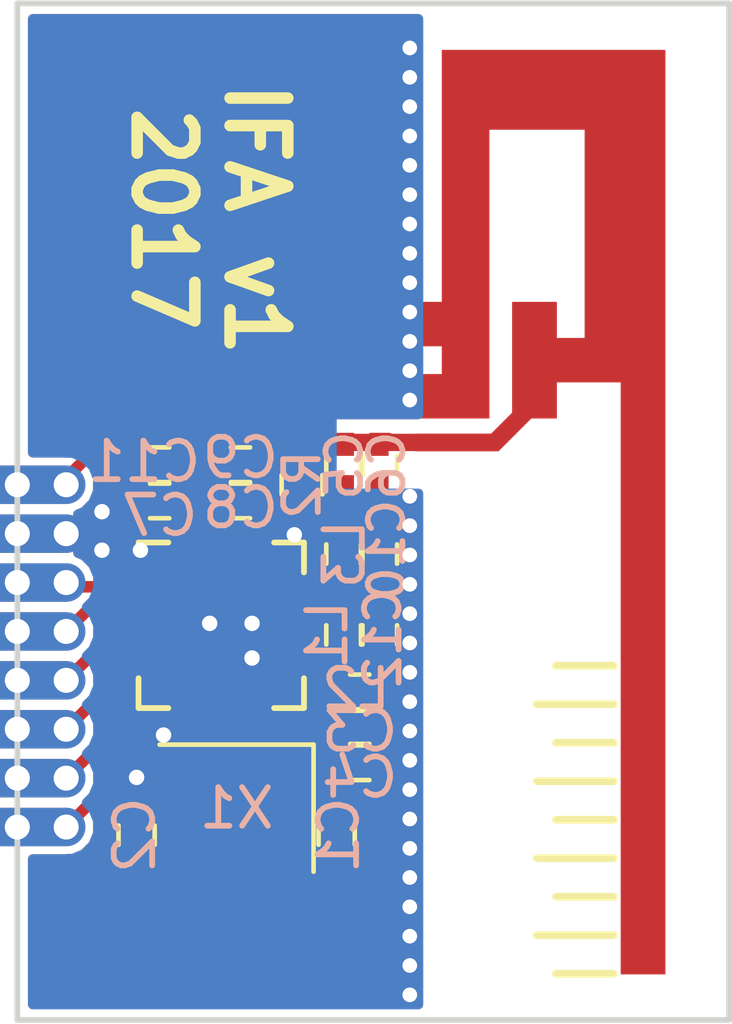
<source format=kicad_pcb>
(kicad_pcb (version 4) (host pcbnew 4.0.7)

  (general
    (links 89)
    (no_connects 9)
    (area 139.424999 75.524999 158.075001 102.075001)
    (thickness 1.6)
    (drawings 14)
    (tracks 147)
    (zones 0)
    (modules 26)
    (nets 18)
  )

  (page A4)
  (layers
    (0 F.Cu signal)
    (31 B.Cu signal)
    (32 B.Adhes user)
    (33 F.Adhes user)
    (34 B.Paste user)
    (35 F.Paste user)
    (36 B.SilkS user)
    (37 F.SilkS user)
    (38 B.Mask user)
    (39 F.Mask user)
    (40 Dwgs.User user)
    (41 Cmts.User user)
    (42 Eco1.User user)
    (43 Eco2.User user)
    (44 Edge.Cuts user)
    (45 Margin user)
    (46 B.CrtYd user)
    (47 F.CrtYd user)
    (48 B.Fab user)
    (49 F.Fab user hide)
  )

  (setup
    (last_trace_width 0.3)
    (trace_clearance 0.199)
    (zone_clearance 0.2)
    (zone_45_only no)
    (trace_min 0.2)
    (segment_width 0.2)
    (edge_width 0.15)
    (via_size 0.6)
    (via_drill 0.4)
    (via_min_size 0.4)
    (via_min_drill 0.3)
    (uvia_size 0.3)
    (uvia_drill 0.1)
    (uvias_allowed no)
    (uvia_min_size 0.2)
    (uvia_min_drill 0.1)
    (pcb_text_width 0.3)
    (pcb_text_size 1.5 1.5)
    (mod_edge_width 0.15)
    (mod_text_size 1 1)
    (mod_text_width 0.15)
    (pad_size 1.5 0.5)
    (pad_drill 0)
    (pad_to_mask_clearance 0.01)
    (aux_axis_origin 0 0)
    (visible_elements FFFEFF7F)
    (pcbplotparams
      (layerselection 0x00030_80000001)
      (usegerberextensions false)
      (excludeedgelayer true)
      (linewidth 0.100000)
      (plotframeref false)
      (viasonmask false)
      (mode 1)
      (useauxorigin false)
      (hpglpennumber 1)
      (hpglpenspeed 20)
      (hpglpendiameter 15)
      (hpglpenoverlay 2)
      (psnegative false)
      (psa4output false)
      (plotreference true)
      (plotvalue true)
      (plotinvisibletext false)
      (padsonsilk false)
      (subtractmaskfromsilk false)
      (outputformat 1)
      (mirror false)
      (drillshape 1)
      (scaleselection 1)
      (outputdirectory ""))
  )

  (net 0 "")
  (net 1 "Net-(C1-Pad1)")
  (net 2 VSS)
  (net 3 "Net-(C2-Pad1)")
  (net 4 "Net-(C3-Pad1)")
  (net 5 "Net-(ANT1-Pad1)")
  (net 6 "Net-(C5-Pad2)")
  (net 7 "Net-(C7-Pad1)")
  (net 8 VDD)
  (net 9 /CE)
  (net 10 /CSN)
  (net 11 /SCK)
  (net 12 /MOSI)
  (net 13 /MISO)
  (net 14 /IRQ)
  (net 15 "Net-(R2-Pad2)")
  (net 16 "Net-(C10-Pad1)")
  (net 17 "Net-(C12-Pad1)")

  (net_class Default "This is the default net class."
    (clearance 0.199)
    (trace_width 0.3)
    (via_dia 0.6)
    (via_drill 0.4)
    (uvia_dia 0.3)
    (uvia_drill 0.1)
    (add_net /CE)
    (add_net /CSN)
    (add_net /IRQ)
    (add_net /MISO)
    (add_net /MOSI)
    (add_net /SCK)
    (add_net "Net-(ANT1-Pad1)")
    (add_net "Net-(C1-Pad1)")
    (add_net "Net-(C10-Pad1)")
    (add_net "Net-(C12-Pad1)")
    (add_net "Net-(C2-Pad1)")
    (add_net "Net-(C3-Pad1)")
    (add_net "Net-(C5-Pad2)")
    (add_net "Net-(C7-Pad1)")
    (add_net "Net-(R2-Pad2)")
    (add_net VDD)
    (add_net VSS)
  )

  (module TestPoint:TestPoint_Pad_1.0x1.0mm (layer F.Cu) (tedit 5A29AAA7) (tstamp 5A24094B)
    (at 145 92.65 180)
    (descr "SMD rectangular pad as test Point, square 1.0mm side length")
    (tags "test point SMD pad rectangle square")
    (attr virtual)
    (fp_text reference REF** (at 0 -1.448 180) (layer F.SilkS) hide
      (effects (font (size 1 1) (thickness 0.15)))
    )
    (fp_text value TestPoint_Pad_1.0x1.0mm (at 0 1.55 180) (layer F.Fab)
      (effects (font (size 1 1) (thickness 0.15)))
    )
    (pad 1 smd trapezoid (at 0 0 180) (size 1.5 0.5) (rect_delta 0 0.5 ) (layers F.Cu F.Paste F.Mask))
  )

  (module TestPoint:TestPoint_Pad_1.0x1.0mm (layer F.Cu) (tedit 5A29AA9D) (tstamp 5A240AC4)
    (at 145 91.75 180)
    (descr "SMD rectangular pad as test Point, square 1.0mm side length")
    (tags "test point SMD pad rectangle square")
    (attr virtual)
    (fp_text reference REF** (at 0 -1.448 180) (layer F.SilkS) hide
      (effects (font (size 1 1) (thickness 0.15)))
    )
    (fp_text value TestPoint_Pad_1.0x1.0mm (at 0 1.55 180) (layer F.Fab)
      (effects (font (size 1 1) (thickness 0.15)))
    )
    (pad 1 smd rect (at 0 0 180) (size 2 1.3) (layers F.Cu F.Paste F.Mask))
  )

  (module TestPoint:TestPoint_Pad_1.0x1.0mm (layer F.Cu) (tedit 5A29AAA2) (tstamp 5A2409E3)
    (at 145.5 92.1 90)
    (descr "SMD rectangular pad as test Point, square 1.0mm side length")
    (tags "test point SMD pad rectangle square")
    (attr virtual)
    (fp_text reference REF** (at 0 -1.448 90) (layer F.SilkS) hide
      (effects (font (size 1 1) (thickness 0.15)))
    )
    (fp_text value TestPoint_Pad_1.0x1.0mm (at 0 1.55 90) (layer F.Fab)
      (effects (font (size 1 1) (thickness 0.15)))
    )
    (pad 1 smd rect (at 0 0 90) (size 1.6 1) (layers F.Cu F.Paste F.Mask))
  )

  (module antenna:f_inverted_antenna (layer F.Cu) (tedit 5A29A9FD) (tstamp 5A09544A)
    (at 153.3 87 270)
    (path /5A080893)
    (fp_text reference ANT1 (at 6.415 2.011 270) (layer F.SilkS) hide
      (effects (font (thickness 0.3)))
    )
    (fp_text value 50ohm (at 6.795 -0.499 270) (layer F.SilkS) hide
      (effects (font (thickness 0.3)))
    )
    (fp_line (start -11.415 3.461) (end -11.415 -3.659) (layer F.CrtYd) (width 0.15))
    (fp_line (start -11.415 -3.659) (end 15.035 -3.659) (layer F.CrtYd) (width 0.15))
    (fp_line (start 15.035 -3.659) (end 15.035 3.461) (layer F.CrtYd) (width 0.15))
    (fp_line (start 15.035 3.461) (end -11.415 3.461) (layer F.CrtYd) (width 0.15))
    (fp_poly (pts (xy -0.635463 3.047413) (xy -1.760463 3.047413) (xy -1.760463 2.753663) (xy -2.510463 2.753663)
      (xy -2.510463 3.047413) (xy -3.635463 3.047413) (xy -3.635463 2.753663) (xy -10.179213 2.753663)
      (xy -10.179213 -3.030712) (xy 13.802037 -3.030712) (xy 13.802037 -1.896337) (xy -1.572963 -1.896337)
      (xy -1.572963 -0.208837) (xy -0.635463 -0.208837) (xy -0.635463 0.447413) (xy 0.217662 1.300538)
      (xy 0.217662 3.047413) (xy -0.213588 3.047413) (xy -0.213588 1.479167) (xy -0.767218 0.925538)
      (xy -3.635463 0.925538) (xy -3.635463 -0.208837) (xy -2.697963 -0.208837) (xy -2.697963 -0.958837)
      (xy -8.135463 -0.958837) (xy -8.135463 1.544288) (xy -0.635463 1.544288) (xy -0.635463 3.047413)) (layer F.Cu) (width 0.03))
    (pad 2 smd rect (at -3.073 3.23 270) (size 1.155 0.45) (layers F.Cu F.Mask)
      (net 2 VSS) (solder_mask_margin -1) (zone_connect 2))
    (pad 2 smd rect (at -1.198 3.23 270) (size 1.155 0.45) (layers F.Cu F.Mask)
      (net 2 VSS) (solder_mask_margin -1) (zone_connect 2))
    (pad 1 smd rect (at 0.0025 3.231 270) (size 0.46 0.45) (layers F.Cu F.Mask)
      (net 5 "Net-(ANT1-Pad1)") (solder_mask_margin -1) (zone_connect 2))
  )

  (module Capacitors_SMD:C_0402 (layer F.Cu) (tedit 5A23F89F) (tstamp 5A07BEAD)
    (at 147.8 97.2 270)
    (descr "Capacitor SMD 0402, reflow soldering, AVX (see smccp.pdf)")
    (tags "capacitor 0402")
    (path /5A07B160)
    (attr smd)
    (fp_text reference C1 (at 0 -0.05 270) (layer B.SilkS)
      (effects (font (size 1 1) (thickness 0.15)) (justify mirror))
    )
    (fp_text value 22pF (at 0 1.27 270) (layer F.Fab)
      (effects (font (size 1 1) (thickness 0.15)))
    )
    (fp_text user %R (at 0 -1.27 270) (layer F.Fab)
      (effects (font (size 1 1) (thickness 0.15)))
    )
    (fp_line (start -0.5 0.25) (end -0.5 -0.25) (layer F.Fab) (width 0.1))
    (fp_line (start 0.5 0.25) (end -0.5 0.25) (layer F.Fab) (width 0.1))
    (fp_line (start 0.5 -0.25) (end 0.5 0.25) (layer F.Fab) (width 0.1))
    (fp_line (start -0.5 -0.25) (end 0.5 -0.25) (layer F.Fab) (width 0.1))
    (fp_line (start 0.25 -0.47) (end -0.25 -0.47) (layer F.SilkS) (width 0.12))
    (fp_line (start -0.25 0.47) (end 0.25 0.47) (layer F.SilkS) (width 0.12))
    (fp_line (start -1 -0.4) (end 1 -0.4) (layer F.CrtYd) (width 0.05))
    (fp_line (start -1 -0.4) (end -1 0.4) (layer F.CrtYd) (width 0.05))
    (fp_line (start 1 0.4) (end 1 -0.4) (layer F.CrtYd) (width 0.05))
    (fp_line (start 1 0.4) (end -1 0.4) (layer F.CrtYd) (width 0.05))
    (pad 1 smd rect (at -0.55 0 270) (size 0.6 0.5) (layers F.Cu F.Paste F.Mask)
      (net 1 "Net-(C1-Pad1)"))
    (pad 2 smd rect (at 0.55 0 270) (size 0.6 0.5) (layers F.Cu F.Paste F.Mask)
      (net 2 VSS) (zone_connect 0))
    (model Capacitors_SMD.3dshapes/C_0402.wrl
      (at (xyz 0 0 0))
      (scale (xyz 1 1 1))
      (rotate (xyz 0 0 0))
    )
  )

  (module Capacitors_SMD:C_0402 (layer F.Cu) (tedit 5A23F957) (tstamp 5A07BEB3)
    (at 142.6 97.2 90)
    (descr "Capacitor SMD 0402, reflow soldering, AVX (see smccp.pdf)")
    (tags "capacitor 0402")
    (path /5A07B378)
    (attr smd)
    (fp_text reference C2 (at 0 -0.05 90) (layer B.SilkS)
      (effects (font (size 1 1) (thickness 0.15)) (justify mirror))
    )
    (fp_text value 22pF (at 0 1.27 90) (layer F.Fab)
      (effects (font (size 1 1) (thickness 0.15)))
    )
    (fp_text user %R (at 0 -1.27 90) (layer F.Fab)
      (effects (font (size 1 1) (thickness 0.15)))
    )
    (fp_line (start -0.5 0.25) (end -0.5 -0.25) (layer F.Fab) (width 0.1))
    (fp_line (start 0.5 0.25) (end -0.5 0.25) (layer F.Fab) (width 0.1))
    (fp_line (start 0.5 -0.25) (end 0.5 0.25) (layer F.Fab) (width 0.1))
    (fp_line (start -0.5 -0.25) (end 0.5 -0.25) (layer F.Fab) (width 0.1))
    (fp_line (start 0.25 -0.47) (end -0.25 -0.47) (layer F.SilkS) (width 0.12))
    (fp_line (start -0.25 0.47) (end 0.25 0.47) (layer F.SilkS) (width 0.12))
    (fp_line (start -1 -0.4) (end 1 -0.4) (layer F.CrtYd) (width 0.05))
    (fp_line (start -1 -0.4) (end -1 0.4) (layer F.CrtYd) (width 0.05))
    (fp_line (start 1 0.4) (end 1 -0.4) (layer F.CrtYd) (width 0.05))
    (fp_line (start 1 0.4) (end -1 0.4) (layer F.CrtYd) (width 0.05))
    (pad 1 smd rect (at -0.55 0 90) (size 0.6 0.5) (layers F.Cu F.Paste F.Mask)
      (net 3 "Net-(C2-Pad1)"))
    (pad 2 smd rect (at 0.55 0 90) (size 0.6 0.5) (layers F.Cu F.Paste F.Mask)
      (net 2 VSS) (zone_connect 1) (thermal_width 0.16) (thermal_gap 0.16))
    (model Capacitors_SMD.3dshapes/C_0402.wrl
      (at (xyz 0 0 0))
      (scale (xyz 1 1 1))
      (rotate (xyz 0 0 0))
    )
  )

  (module Capacitors_SMD:C_0402 (layer F.Cu) (tedit 5A23F7C5) (tstamp 5A07BEB9)
    (at 148.4 94.4)
    (descr "Capacitor SMD 0402, reflow soldering, AVX (see smccp.pdf)")
    (tags "capacitor 0402")
    (path /5A07B552)
    (attr smd)
    (fp_text reference C3 (at 0 0.1) (layer B.SilkS)
      (effects (font (size 1 1) (thickness 0.15)) (justify mirror))
    )
    (fp_text value 2.2nF (at 0 1.27) (layer F.Fab)
      (effects (font (size 1 1) (thickness 0.15)))
    )
    (fp_text user %R (at 0 -1.27) (layer F.Fab)
      (effects (font (size 1 1) (thickness 0.15)))
    )
    (fp_line (start -0.5 0.25) (end -0.5 -0.25) (layer F.Fab) (width 0.1))
    (fp_line (start 0.5 0.25) (end -0.5 0.25) (layer F.Fab) (width 0.1))
    (fp_line (start 0.5 -0.25) (end 0.5 0.25) (layer F.Fab) (width 0.1))
    (fp_line (start -0.5 -0.25) (end 0.5 -0.25) (layer F.Fab) (width 0.1))
    (fp_line (start 0.25 -0.47) (end -0.25 -0.47) (layer F.SilkS) (width 0.12))
    (fp_line (start -0.25 0.47) (end 0.25 0.47) (layer F.SilkS) (width 0.12))
    (fp_line (start -1 -0.4) (end 1 -0.4) (layer F.CrtYd) (width 0.05))
    (fp_line (start -1 -0.4) (end -1 0.4) (layer F.CrtYd) (width 0.05))
    (fp_line (start 1 0.4) (end 1 -0.4) (layer F.CrtYd) (width 0.05))
    (fp_line (start 1 0.4) (end -1 0.4) (layer F.CrtYd) (width 0.05))
    (pad 1 smd rect (at -0.55 0) (size 0.6 0.5) (layers F.Cu F.Paste F.Mask)
      (net 4 "Net-(C3-Pad1)"))
    (pad 2 smd rect (at 0.55 0) (size 0.6 0.5) (layers F.Cu F.Paste F.Mask)
      (net 2 VSS) (zone_connect 0))
    (model Capacitors_SMD.3dshapes/C_0402.wrl
      (at (xyz 0 0 0))
      (scale (xyz 1 1 1))
      (rotate (xyz 0 0 0))
    )
  )

  (module Capacitors_SMD:C_0402 (layer F.Cu) (tedit 5A23F7C9) (tstamp 5A07BEBF)
    (at 148.4 95.3)
    (descr "Capacitor SMD 0402, reflow soldering, AVX (see smccp.pdf)")
    (tags "capacitor 0402")
    (path /5A07B1D7)
    (attr smd)
    (fp_text reference C4 (at 0 0.4) (layer B.SilkS)
      (effects (font (size 1 1) (thickness 0.15)) (justify mirror))
    )
    (fp_text value 4.7pF (at 0 1.27) (layer F.Fab)
      (effects (font (size 1 1) (thickness 0.15)))
    )
    (fp_text user %R (at 0 -1.27) (layer F.Fab)
      (effects (font (size 1 1) (thickness 0.15)))
    )
    (fp_line (start -0.5 0.25) (end -0.5 -0.25) (layer F.Fab) (width 0.1))
    (fp_line (start 0.5 0.25) (end -0.5 0.25) (layer F.Fab) (width 0.1))
    (fp_line (start 0.5 -0.25) (end 0.5 0.25) (layer F.Fab) (width 0.1))
    (fp_line (start -0.5 -0.25) (end 0.5 -0.25) (layer F.Fab) (width 0.1))
    (fp_line (start 0.25 -0.47) (end -0.25 -0.47) (layer F.SilkS) (width 0.12))
    (fp_line (start -0.25 0.47) (end 0.25 0.47) (layer F.SilkS) (width 0.12))
    (fp_line (start -1 -0.4) (end 1 -0.4) (layer F.CrtYd) (width 0.05))
    (fp_line (start -1 -0.4) (end -1 0.4) (layer F.CrtYd) (width 0.05))
    (fp_line (start 1 0.4) (end 1 -0.4) (layer F.CrtYd) (width 0.05))
    (fp_line (start 1 0.4) (end -1 0.4) (layer F.CrtYd) (width 0.05))
    (pad 1 smd rect (at -0.55 0) (size 0.6 0.5) (layers F.Cu F.Paste F.Mask)
      (net 4 "Net-(C3-Pad1)"))
    (pad 2 smd rect (at 0.55 0) (size 0.6 0.5) (layers F.Cu F.Paste F.Mask)
      (net 2 VSS) (zone_connect 0))
    (model Capacitors_SMD.3dshapes/C_0402.wrl
      (at (xyz 0 0 0))
      (scale (xyz 1 1 1))
      (rotate (xyz 0 0 0))
    )
  )

  (module Capacitors_SMD:C_0402 (layer F.Cu) (tedit 5A094501) (tstamp 5A07BEC5)
    (at 148 87.6 270)
    (descr "Capacitor SMD 0402, reflow soldering, AVX (see smccp.pdf)")
    (tags "capacitor 0402")
    (path /5A07B37E)
    (attr smd)
    (fp_text reference C5 (at 0 0 270) (layer B.SilkS)
      (effects (font (size 0.9 0.9) (thickness 0.15)) (justify mirror))
    )
    (fp_text value 1.5pF (at 0 1.27 270) (layer F.Fab)
      (effects (font (size 1 1) (thickness 0.15)))
    )
    (fp_text user %R (at 0 -1.27 270) (layer F.Fab)
      (effects (font (size 1 1) (thickness 0.15)))
    )
    (fp_line (start -0.5 0.25) (end -0.5 -0.25) (layer F.Fab) (width 0.1))
    (fp_line (start 0.5 0.25) (end -0.5 0.25) (layer F.Fab) (width 0.1))
    (fp_line (start 0.5 -0.25) (end 0.5 0.25) (layer F.Fab) (width 0.1))
    (fp_line (start -0.5 -0.25) (end 0.5 -0.25) (layer F.Fab) (width 0.1))
    (fp_line (start 0.25 -0.47) (end -0.25 -0.47) (layer F.SilkS) (width 0.12))
    (fp_line (start -0.25 0.47) (end 0.25 0.47) (layer F.SilkS) (width 0.12))
    (fp_line (start -1 -0.4) (end 1 -0.4) (layer F.CrtYd) (width 0.05))
    (fp_line (start -1 -0.4) (end -1 0.4) (layer F.CrtYd) (width 0.05))
    (fp_line (start 1 0.4) (end 1 -0.4) (layer F.CrtYd) (width 0.05))
    (fp_line (start 1 0.4) (end -1 0.4) (layer F.CrtYd) (width 0.05))
    (pad 1 smd rect (at -0.55 0 270) (size 0.6 0.5) (layers F.Cu F.Paste F.Mask)
      (net 5 "Net-(ANT1-Pad1)"))
    (pad 2 smd rect (at 0.55 0 270) (size 0.6 0.5) (layers F.Cu F.Paste F.Mask)
      (net 6 "Net-(C5-Pad2)"))
    (model Capacitors_SMD.3dshapes/C_0402.wrl
      (at (xyz 0 0 0))
      (scale (xyz 1 1 1))
      (rotate (xyz 0 0 0))
    )
  )

  (module Capacitors_SMD:C_0402 (layer F.Cu) (tedit 5A23F727) (tstamp 5A07BECB)
    (at 148.9 87.6 270)
    (descr "Capacitor SMD 0402, reflow soldering, AVX (see smccp.pdf)")
    (tags "capacitor 0402")
    (path /5A07B558)
    (attr smd)
    (fp_text reference C6 (at 0 -0.2 270) (layer B.SilkS)
      (effects (font (size 0.9 0.9) (thickness 0.15)) (justify mirror))
    )
    (fp_text value 1.0pF (at 0 1.27 270) (layer F.Fab)
      (effects (font (size 1 1) (thickness 0.15)))
    )
    (fp_text user %R (at 0 -1.27 270) (layer F.Fab)
      (effects (font (size 1 1) (thickness 0.15)))
    )
    (fp_line (start -0.5 0.25) (end -0.5 -0.25) (layer F.Fab) (width 0.1))
    (fp_line (start 0.5 0.25) (end -0.5 0.25) (layer F.Fab) (width 0.1))
    (fp_line (start 0.5 -0.25) (end 0.5 0.25) (layer F.Fab) (width 0.1))
    (fp_line (start -0.5 -0.25) (end 0.5 -0.25) (layer F.Fab) (width 0.1))
    (fp_line (start 0.25 -0.47) (end -0.25 -0.47) (layer F.SilkS) (width 0.12))
    (fp_line (start -0.25 0.47) (end 0.25 0.47) (layer F.SilkS) (width 0.12))
    (fp_line (start -1 -0.4) (end 1 -0.4) (layer F.CrtYd) (width 0.05))
    (fp_line (start -1 -0.4) (end -1 0.4) (layer F.CrtYd) (width 0.05))
    (fp_line (start 1 0.4) (end 1 -0.4) (layer F.CrtYd) (width 0.05))
    (fp_line (start 1 0.4) (end -1 0.4) (layer F.CrtYd) (width 0.05))
    (pad 1 smd rect (at -0.55 0 270) (size 0.6 0.5) (layers F.Cu F.Paste F.Mask)
      (net 5 "Net-(ANT1-Pad1)"))
    (pad 2 smd rect (at 0.55 0 270) (size 0.6 0.5) (layers F.Cu F.Paste F.Mask)
      (net 2 VSS) (zone_connect 1) (thermal_width 0.3))
    (model Capacitors_SMD.3dshapes/C_0402.wrl
      (at (xyz 0 0 0))
      (scale (xyz 1 1 1))
      (rotate (xyz 0 0 0))
    )
  )

  (module Capacitors_SMD:C_0402 (layer F.Cu) (tedit 5A094494) (tstamp 5A07BED1)
    (at 143.2 88.5 180)
    (descr "Capacitor SMD 0402, reflow soldering, AVX (see smccp.pdf)")
    (tags "capacitor 0402")
    (path /5A07B203)
    (attr smd)
    (fp_text reference C7 (at 0 -0.4 180) (layer B.SilkS)
      (effects (font (size 1 1) (thickness 0.15)) (justify mirror))
    )
    (fp_text value 33nF (at 0 1.27 180) (layer F.Fab)
      (effects (font (size 1 1) (thickness 0.15)))
    )
    (fp_text user %R (at 0 -1.27 180) (layer F.Fab)
      (effects (font (size 1 1) (thickness 0.15)))
    )
    (fp_line (start -0.5 0.25) (end -0.5 -0.25) (layer F.Fab) (width 0.1))
    (fp_line (start 0.5 0.25) (end -0.5 0.25) (layer F.Fab) (width 0.1))
    (fp_line (start 0.5 -0.25) (end 0.5 0.25) (layer F.Fab) (width 0.1))
    (fp_line (start -0.5 -0.25) (end 0.5 -0.25) (layer F.Fab) (width 0.1))
    (fp_line (start 0.25 -0.47) (end -0.25 -0.47) (layer F.SilkS) (width 0.12))
    (fp_line (start -0.25 0.47) (end 0.25 0.47) (layer F.SilkS) (width 0.12))
    (fp_line (start -1 -0.4) (end 1 -0.4) (layer F.CrtYd) (width 0.05))
    (fp_line (start -1 -0.4) (end -1 0.4) (layer F.CrtYd) (width 0.05))
    (fp_line (start 1 0.4) (end 1 -0.4) (layer F.CrtYd) (width 0.05))
    (fp_line (start 1 0.4) (end -1 0.4) (layer F.CrtYd) (width 0.05))
    (pad 1 smd rect (at -0.55 0 180) (size 0.6 0.5) (layers F.Cu F.Paste F.Mask)
      (net 7 "Net-(C7-Pad1)"))
    (pad 2 smd rect (at 0.55 0 180) (size 0.6 0.5) (layers F.Cu F.Paste F.Mask)
      (net 2 VSS))
    (model Capacitors_SMD.3dshapes/C_0402.wrl
      (at (xyz 0 0 0))
      (scale (xyz 1 1 1))
      (rotate (xyz 0 0 0))
    )
  )

  (module Capacitors_SMD:C_0402 (layer F.Cu) (tedit 5A082BCD) (tstamp 5A07BED7)
    (at 145.3 88.5)
    (descr "Capacitor SMD 0402, reflow soldering, AVX (see smccp.pdf)")
    (tags "capacitor 0402")
    (path /5A07B384)
    (attr smd)
    (fp_text reference C8 (at 0 0.2) (layer B.SilkS)
      (effects (font (size 1 1) (thickness 0.15)) (justify mirror))
    )
    (fp_text value 1nF (at 0 1.27) (layer F.Fab)
      (effects (font (size 1 1) (thickness 0.15)))
    )
    (fp_text user %R (at 0 -1.27) (layer F.Fab)
      (effects (font (size 1 1) (thickness 0.15)))
    )
    (fp_line (start -0.5 0.25) (end -0.5 -0.25) (layer F.Fab) (width 0.1))
    (fp_line (start 0.5 0.25) (end -0.5 0.25) (layer F.Fab) (width 0.1))
    (fp_line (start 0.5 -0.25) (end 0.5 0.25) (layer F.Fab) (width 0.1))
    (fp_line (start -0.5 -0.25) (end 0.5 -0.25) (layer F.Fab) (width 0.1))
    (fp_line (start 0.25 -0.47) (end -0.25 -0.47) (layer F.SilkS) (width 0.12))
    (fp_line (start -0.25 0.47) (end 0.25 0.47) (layer F.SilkS) (width 0.12))
    (fp_line (start -1 -0.4) (end 1 -0.4) (layer F.CrtYd) (width 0.05))
    (fp_line (start -1 -0.4) (end -1 0.4) (layer F.CrtYd) (width 0.05))
    (fp_line (start 1 0.4) (end 1 -0.4) (layer F.CrtYd) (width 0.05))
    (fp_line (start 1 0.4) (end -1 0.4) (layer F.CrtYd) (width 0.05))
    (pad 1 smd rect (at -0.55 0) (size 0.6 0.5) (layers F.Cu F.Paste F.Mask)
      (net 8 VDD))
    (pad 2 smd rect (at 0.55 0) (size 0.6 0.5) (layers F.Cu F.Paste F.Mask)
      (net 2 VSS))
    (model Capacitors_SMD.3dshapes/C_0402.wrl
      (at (xyz 0 0 0))
      (scale (xyz 1 1 1))
      (rotate (xyz 0 0 0))
    )
  )

  (module Capacitors_SMD:C_0402 (layer F.Cu) (tedit 5A23F6E5) (tstamp 5A07BEDD)
    (at 145.3 87.6)
    (descr "Capacitor SMD 0402, reflow soldering, AVX (see smccp.pdf)")
    (tags "capacitor 0402")
    (path /5A07B55E)
    (zone_connect 1)
    (attr smd)
    (fp_text reference C9 (at 0 -0.2) (layer B.SilkS)
      (effects (font (size 1 1) (thickness 0.15)) (justify mirror))
    )
    (fp_text value 10nF (at 0 1.27) (layer F.Fab)
      (effects (font (size 1 1) (thickness 0.15)))
    )
    (fp_text user %R (at 0 -1.27) (layer F.Fab)
      (effects (font (size 1 1) (thickness 0.15)))
    )
    (fp_line (start -0.5 0.25) (end -0.5 -0.25) (layer F.Fab) (width 0.1))
    (fp_line (start 0.5 0.25) (end -0.5 0.25) (layer F.Fab) (width 0.1))
    (fp_line (start 0.5 -0.25) (end 0.5 0.25) (layer F.Fab) (width 0.1))
    (fp_line (start -0.5 -0.25) (end 0.5 -0.25) (layer F.Fab) (width 0.1))
    (fp_line (start 0.25 -0.47) (end -0.25 -0.47) (layer F.SilkS) (width 0.12))
    (fp_line (start -0.25 0.47) (end 0.25 0.47) (layer F.SilkS) (width 0.12))
    (fp_line (start -1 -0.4) (end 1 -0.4) (layer F.CrtYd) (width 0.05))
    (fp_line (start -1 -0.4) (end -1 0.4) (layer F.CrtYd) (width 0.05))
    (fp_line (start 1 0.4) (end 1 -0.4) (layer F.CrtYd) (width 0.05))
    (fp_line (start 1 0.4) (end -1 0.4) (layer F.CrtYd) (width 0.05))
    (pad 1 smd rect (at -0.55 0) (size 0.6 0.5) (layers F.Cu F.Paste F.Mask)
      (net 8 VDD) (zone_connect 1))
    (pad 2 smd rect (at 0.55 0) (size 0.6 0.5) (layers F.Cu F.Paste F.Mask)
      (net 2 VSS) (zone_connect 1) (thermal_width 0.2))
    (model Capacitors_SMD.3dshapes/C_0402.wrl
      (at (xyz 0 0 0))
      (scale (xyz 1 1 1))
      (rotate (xyz 0 0 0))
    )
  )

  (module Capacitors_SMD:C_0402 (layer F.Cu) (tedit 5A082C24) (tstamp 5A07BEEF)
    (at 148 92 90)
    (descr "Capacitor SMD 0402, reflow soldering, AVX (see smccp.pdf)")
    (tags "capacitor 0402")
    (path /5A07B61A)
    (attr smd)
    (fp_text reference L1 (at 0 -0.45 90) (layer B.SilkS)
      (effects (font (size 1 1) (thickness 0.15)) (justify mirror))
    )
    (fp_text value 8.2nH (at 0 1.27 90) (layer F.Fab)
      (effects (font (size 1 1) (thickness 0.15)))
    )
    (fp_text user %R (at 0 -1.27 90) (layer F.Fab)
      (effects (font (size 1 1) (thickness 0.15)))
    )
    (fp_line (start -0.5 0.25) (end -0.5 -0.25) (layer F.Fab) (width 0.1))
    (fp_line (start 0.5 0.25) (end -0.5 0.25) (layer F.Fab) (width 0.1))
    (fp_line (start 0.5 -0.25) (end 0.5 0.25) (layer F.Fab) (width 0.1))
    (fp_line (start -0.5 -0.25) (end 0.5 -0.25) (layer F.Fab) (width 0.1))
    (fp_line (start 0.25 -0.47) (end -0.25 -0.47) (layer F.SilkS) (width 0.12))
    (fp_line (start -0.25 0.47) (end 0.25 0.47) (layer F.SilkS) (width 0.12))
    (fp_line (start -1 -0.4) (end 1 -0.4) (layer F.CrtYd) (width 0.05))
    (fp_line (start -1 -0.4) (end -1 0.4) (layer F.CrtYd) (width 0.05))
    (fp_line (start 1 0.4) (end 1 -0.4) (layer F.CrtYd) (width 0.05))
    (fp_line (start 1 0.4) (end -1 0.4) (layer F.CrtYd) (width 0.05))
    (pad 1 smd rect (at -0.55 0 90) (size 0.6 0.5) (layers F.Cu F.Paste F.Mask)
      (net 17 "Net-(C12-Pad1)"))
    (pad 2 smd rect (at 0.55 0 90) (size 0.6 0.5) (layers F.Cu F.Paste F.Mask)
      (net 16 "Net-(C10-Pad1)"))
    (model Capacitors_SMD.3dshapes/C_0402.wrl
      (at (xyz 0 0 0))
      (scale (xyz 1 1 1))
      (rotate (xyz 0 0 0))
    )
  )

  (module Capacitors_SMD:C_0402 (layer F.Cu) (tedit 5A082C18) (tstamp 5A07BEF5)
    (at 148.4 93.5)
    (descr "Capacitor SMD 0402, reflow soldering, AVX (see smccp.pdf)")
    (tags "capacitor 0402")
    (path /5A07B698)
    (attr smd)
    (fp_text reference L2 (at -0.1 -0.1) (layer B.SilkS)
      (effects (font (size 1 1) (thickness 0.15)) (justify mirror))
    )
    (fp_text value 2.7nH (at 0 1.27) (layer F.Fab)
      (effects (font (size 1 1) (thickness 0.15)))
    )
    (fp_text user %R (at 0 -1.27) (layer F.Fab)
      (effects (font (size 1 1) (thickness 0.15)))
    )
    (fp_line (start -0.5 0.25) (end -0.5 -0.25) (layer F.Fab) (width 0.1))
    (fp_line (start 0.5 0.25) (end -0.5 0.25) (layer F.Fab) (width 0.1))
    (fp_line (start 0.5 -0.25) (end 0.5 0.25) (layer F.Fab) (width 0.1))
    (fp_line (start -0.5 -0.25) (end 0.5 -0.25) (layer F.Fab) (width 0.1))
    (fp_line (start 0.25 -0.47) (end -0.25 -0.47) (layer F.SilkS) (width 0.12))
    (fp_line (start -0.25 0.47) (end 0.25 0.47) (layer F.SilkS) (width 0.12))
    (fp_line (start -1 -0.4) (end 1 -0.4) (layer F.CrtYd) (width 0.05))
    (fp_line (start -1 -0.4) (end -1 0.4) (layer F.CrtYd) (width 0.05))
    (fp_line (start 1 0.4) (end 1 -0.4) (layer F.CrtYd) (width 0.05))
    (fp_line (start 1 0.4) (end -1 0.4) (layer F.CrtYd) (width 0.05))
    (pad 1 smd rect (at -0.55 0) (size 0.6 0.5) (layers F.Cu F.Paste F.Mask)
      (net 4 "Net-(C3-Pad1)"))
    (pad 2 smd rect (at 0.55 0) (size 0.6 0.5) (layers F.Cu F.Paste F.Mask)
      (net 17 "Net-(C12-Pad1)"))
    (model Capacitors_SMD.3dshapes/C_0402.wrl
      (at (xyz 0 0 0))
      (scale (xyz 1 1 1))
      (rotate (xyz 0 0 0))
    )
  )

  (module Capacitors_SMD:C_0402 (layer F.Cu) (tedit 5A082B1D) (tstamp 5A07BEFB)
    (at 148 89.9 270)
    (descr "Capacitor SMD 0402, reflow soldering, AVX (see smccp.pdf)")
    (tags "capacitor 0402")
    (path /5A07B653)
    (attr smd)
    (fp_text reference L3 (at 0 0 270) (layer B.SilkS)
      (effects (font (size 1 1) (thickness 0.15)) (justify mirror))
    )
    (fp_text value 3.9nH (at 0 1.27 270) (layer F.Fab)
      (effects (font (size 1 1) (thickness 0.15)))
    )
    (fp_text user %R (at 0 -1.27 270) (layer F.Fab)
      (effects (font (size 1 1) (thickness 0.15)))
    )
    (fp_line (start -0.5 0.25) (end -0.5 -0.25) (layer F.Fab) (width 0.1))
    (fp_line (start 0.5 0.25) (end -0.5 0.25) (layer F.Fab) (width 0.1))
    (fp_line (start 0.5 -0.25) (end 0.5 0.25) (layer F.Fab) (width 0.1))
    (fp_line (start -0.5 -0.25) (end 0.5 -0.25) (layer F.Fab) (width 0.1))
    (fp_line (start 0.25 -0.47) (end -0.25 -0.47) (layer F.SilkS) (width 0.12))
    (fp_line (start -0.25 0.47) (end 0.25 0.47) (layer F.SilkS) (width 0.12))
    (fp_line (start -1 -0.4) (end 1 -0.4) (layer F.CrtYd) (width 0.05))
    (fp_line (start -1 -0.4) (end -1 0.4) (layer F.CrtYd) (width 0.05))
    (fp_line (start 1 0.4) (end 1 -0.4) (layer F.CrtYd) (width 0.05))
    (fp_line (start 1 0.4) (end -1 0.4) (layer F.CrtYd) (width 0.05))
    (pad 1 smd rect (at -0.55 0 270) (size 0.6 0.5) (layers F.Cu F.Paste F.Mask)
      (net 6 "Net-(C5-Pad2)"))
    (pad 2 smd rect (at 0.55 0 270) (size 0.6 0.5) (layers F.Cu F.Paste F.Mask)
      (net 16 "Net-(C10-Pad1)"))
    (model Capacitors_SMD.3dshapes/C_0402.wrl
      (at (xyz 0 0 0))
      (scale (xyz 1 1 1))
      (rotate (xyz 0 0 0))
    )
  )

  (module Resistors_SMD:R_0402 (layer F.Cu) (tedit 5A23F6E1) (tstamp 5A07BF07)
    (at 146.9 88.1 270)
    (descr "Resistor SMD 0402, reflow soldering, Vishay (see dcrcw.pdf)")
    (tags "resistor 0402")
    (path /5A07B73B)
    (attr smd)
    (fp_text reference R2 (at 0 0 270) (layer B.SilkS)
      (effects (font (size 0.9 0.9) (thickness 0.15)) (justify mirror))
    )
    (fp_text value 22k (at 0 1.45 270) (layer F.Fab)
      (effects (font (size 1 1) (thickness 0.15)))
    )
    (fp_text user %R (at 0 -1.35 270) (layer F.Fab)
      (effects (font (size 1 1) (thickness 0.15)))
    )
    (fp_line (start -0.5 0.25) (end -0.5 -0.25) (layer F.Fab) (width 0.1))
    (fp_line (start 0.5 0.25) (end -0.5 0.25) (layer F.Fab) (width 0.1))
    (fp_line (start 0.5 -0.25) (end 0.5 0.25) (layer F.Fab) (width 0.1))
    (fp_line (start -0.5 -0.25) (end 0.5 -0.25) (layer F.Fab) (width 0.1))
    (fp_line (start 0.25 -0.53) (end -0.25 -0.53) (layer F.SilkS) (width 0.12))
    (fp_line (start -0.25 0.53) (end 0.25 0.53) (layer F.SilkS) (width 0.12))
    (fp_line (start -0.8 -0.45) (end 0.8 -0.45) (layer F.CrtYd) (width 0.05))
    (fp_line (start -0.8 -0.45) (end -0.8 0.45) (layer F.CrtYd) (width 0.05))
    (fp_line (start 0.8 0.45) (end 0.8 -0.45) (layer F.CrtYd) (width 0.05))
    (fp_line (start 0.8 0.45) (end -0.8 0.45) (layer F.CrtYd) (width 0.05))
    (pad 1 smd rect (at -0.45 0 270) (size 0.4 0.6) (layers F.Cu F.Paste F.Mask)
      (net 2 VSS) (zone_connect 1) (thermal_width 0.2))
    (pad 2 smd rect (at 0.45 0 270) (size 0.4 0.6) (layers F.Cu F.Paste F.Mask)
      (net 15 "Net-(R2-Pad2)"))
    (model ${KISYS3DMOD}/Resistors_SMD.3dshapes/R_0402.wrl
      (at (xyz 0 0 0))
      (scale (xyz 1 1 1))
      (rotate (xyz 0 0 0))
    )
  )

  (module Housings_DFN_QFN:QFN-20-1EP_4x4mm_Pitch0.5mm (layer F.Cu) (tedit 5A082A99) (tstamp 5A07BF23)
    (at 144.8 91.75)
    (descr "20-Lead Plastic Quad Flat, No Lead Package (ML) - 4x4x0.9 mm Body [QFN]; (see Microchip Packaging Specification 00000049BS.pdf)")
    (tags "QFN 0.5")
    (path /5A07BBD2)
    (attr smd)
    (fp_text reference U1 (at -3.6 -2.05) (layer Cmts.User)
      (effects (font (size 1 1) (thickness 0.15)))
    )
    (fp_text value nRF24L01+ (at 0 3.33) (layer F.Fab)
      (effects (font (size 1 1) (thickness 0.15)))
    )
    (fp_line (start -1 -2) (end 2 -2) (layer F.Fab) (width 0.15))
    (fp_line (start 2 -2) (end 2 2) (layer F.Fab) (width 0.15))
    (fp_line (start 2 2) (end -2 2) (layer F.Fab) (width 0.15))
    (fp_line (start -2 2) (end -2 -1) (layer F.Fab) (width 0.15))
    (fp_line (start -2 -1) (end -1 -2) (layer F.Fab) (width 0.15))
    (fp_line (start -2.6 -2.6) (end -2.6 2.6) (layer F.CrtYd) (width 0.05))
    (fp_line (start 2.6 -2.6) (end 2.6 2.6) (layer F.CrtYd) (width 0.05))
    (fp_line (start -2.6 -2.6) (end 2.6 -2.6) (layer F.CrtYd) (width 0.05))
    (fp_line (start -2.6 2.6) (end 2.6 2.6) (layer F.CrtYd) (width 0.05))
    (fp_line (start 2.15 -2.15) (end 2.15 -1.375) (layer F.SilkS) (width 0.15))
    (fp_line (start -2.15 2.15) (end -2.15 1.375) (layer F.SilkS) (width 0.15))
    (fp_line (start 2.15 2.15) (end 2.15 1.375) (layer F.SilkS) (width 0.15))
    (fp_line (start -2.15 -2.15) (end -1.375 -2.15) (layer F.SilkS) (width 0.15))
    (fp_line (start -2.15 2.15) (end -1.375 2.15) (layer F.SilkS) (width 0.15))
    (fp_line (start 2.15 2.15) (end 1.375 2.15) (layer F.SilkS) (width 0.15))
    (fp_line (start 2.15 -2.15) (end 1.375 -2.15) (layer F.SilkS) (width 0.15))
    (pad 1 smd rect (at -1.965 -1) (size 0.73 0.3) (layers F.Cu F.Paste F.Mask)
      (net 9 /CE))
    (pad 2 smd rect (at -1.965 -0.5) (size 0.73 0.3) (layers F.Cu F.Paste F.Mask)
      (net 10 /CSN))
    (pad 3 smd rect (at -1.965 0) (size 0.73 0.3) (layers F.Cu F.Paste F.Mask)
      (net 11 /SCK))
    (pad 4 smd rect (at -1.965 0.5) (size 0.73 0.3) (layers F.Cu F.Paste F.Mask)
      (net 12 /MOSI))
    (pad 5 smd rect (at -1.965 1) (size 0.73 0.3) (layers F.Cu F.Paste F.Mask)
      (net 13 /MISO))
    (pad 6 smd rect (at -1 1.965 90) (size 0.73 0.3) (layers F.Cu F.Paste F.Mask)
      (net 14 /IRQ))
    (pad 7 smd rect (at -0.5 1.965 90) (size 0.73 0.3) (layers F.Cu F.Paste F.Mask)
      (net 8 VDD))
    (pad 8 smd rect (at 0 1.965 90) (size 0.73 0.3) (layers F.Cu F.Paste F.Mask)
      (net 2 VSS))
    (pad 9 smd rect (at 0.5 1.965 90) (size 0.73 0.3) (layers F.Cu F.Paste F.Mask)
      (net 3 "Net-(C2-Pad1)"))
    (pad 10 smd rect (at 1 1.965 90) (size 0.73 0.3) (layers F.Cu F.Paste F.Mask)
      (net 1 "Net-(C1-Pad1)"))
    (pad 11 smd rect (at 1.965 1) (size 0.73 0.3) (layers F.Cu F.Paste F.Mask)
      (net 4 "Net-(C3-Pad1)"))
    (pad 12 smd rect (at 1.965 0.5) (size 0.73 0.3) (layers F.Cu F.Paste F.Mask)
      (net 17 "Net-(C12-Pad1)"))
    (pad 13 smd rect (at 1.965 0) (size 0.73 0.3) (layers F.Cu F.Paste F.Mask)
      (net 16 "Net-(C10-Pad1)"))
    (pad 14 smd rect (at 1.965 -0.5) (size 0.73 0.3) (layers F.Cu F.Paste F.Mask)
      (net 2 VSS))
    (pad 15 smd rect (at 1.965 -1) (size 0.73 0.3) (layers F.Cu F.Paste F.Mask)
      (net 8 VDD))
    (pad 16 smd rect (at 1 -1.965 90) (size 0.73 0.3) (layers F.Cu F.Paste F.Mask)
      (net 15 "Net-(R2-Pad2)"))
    (pad 17 smd rect (at 0.5 -1.965 90) (size 0.73 0.3) (layers F.Cu F.Paste F.Mask)
      (net 2 VSS))
    (pad 18 smd rect (at 0 -1.965 90) (size 0.73 0.3) (layers F.Cu F.Paste F.Mask)
      (net 8 VDD))
    (pad 19 smd rect (at -0.5 -1.965 90) (size 0.73 0.3) (layers F.Cu F.Paste F.Mask)
      (net 7 "Net-(C7-Pad1)"))
    (pad 20 smd rect (at -1 -1.965 90) (size 0.73 0.3) (layers F.Cu F.Paste F.Mask)
      (net 2 VSS))
    (model ${KISYS3DMOD}/Housings_DFN_QFN.3dshapes/QFN-20-1EP_4x4mm_Pitch0.5mm.wrl
      (at (xyz 0 0 0))
      (scale (xyz 1 1 1))
      (rotate (xyz 0 0 0))
    )
  )

  (module Crystals:Crystal_SMD_3225-4pin_3.2x2.5mm (layer F.Cu) (tedit 5A23F94C) (tstamp 5A07BF2B)
    (at 145.2 96.5 180)
    (descr "SMD Crystal SERIES SMD3225/4 http://www.txccrystal.com/images/pdf/7m-accuracy.pdf, 3.2x2.5mm^2 package")
    (tags "SMD SMT crystal")
    (path /5A08ECF5)
    (attr smd)
    (fp_text reference X1 (at 0 0 180) (layer B.SilkS)
      (effects (font (size 1 1) (thickness 0.15)) (justify mirror))
    )
    (fp_text value 16MHz (at 0 2.45 180) (layer F.Fab)
      (effects (font (size 1 1) (thickness 0.15)))
    )
    (fp_text user %R (at 0 0 180) (layer F.Fab)
      (effects (font (size 0.7 0.7) (thickness 0.105)))
    )
    (fp_line (start -1.6 -1.25) (end -1.6 1.25) (layer F.Fab) (width 0.1))
    (fp_line (start -1.6 1.25) (end 1.6 1.25) (layer F.Fab) (width 0.1))
    (fp_line (start 1.6 1.25) (end 1.6 -1.25) (layer F.Fab) (width 0.1))
    (fp_line (start 1.6 -1.25) (end -1.6 -1.25) (layer F.Fab) (width 0.1))
    (fp_line (start -1.6 0.25) (end -0.6 1.25) (layer F.Fab) (width 0.1))
    (fp_line (start -2 -1.65) (end -2 1.65) (layer F.SilkS) (width 0.12))
    (fp_line (start -2 1.65) (end 2 1.65) (layer F.SilkS) (width 0.12))
    (fp_line (start -2.1 -1.7) (end -2.1 1.7) (layer F.CrtYd) (width 0.05))
    (fp_line (start -2.1 1.7) (end 2.1 1.7) (layer F.CrtYd) (width 0.05))
    (fp_line (start 2.1 1.7) (end 2.1 -1.7) (layer F.CrtYd) (width 0.05))
    (fp_line (start 2.1 -1.7) (end -2.1 -1.7) (layer F.CrtYd) (width 0.05))
    (pad 1 smd rect (at -1.1 0.85 180) (size 1.4 1.2) (layers F.Cu F.Paste F.Mask)
      (net 1 "Net-(C1-Pad1)"))
    (pad 2 smd rect (at 1.1 0.85 180) (size 1.4 1.2) (layers F.Cu F.Paste F.Mask)
      (net 2 VSS) (zone_connect 1) (thermal_width 0.16) (thermal_gap 0.16))
    (pad 3 smd rect (at 1.1 -0.85 180) (size 1.4 1.2) (layers F.Cu F.Paste F.Mask)
      (net 3 "Net-(C2-Pad1)") (zone_connect 1) (thermal_width 0.3) (thermal_gap 0.4))
    (pad 4 smd rect (at -1.1 -0.85 180) (size 1.4 1.2) (layers F.Cu F.Paste F.Mask)
      (net 2 VSS) (zone_connect 1) (thermal_width 0.3) (thermal_gap 0.4))
    (model ${KISYS3DMOD}/Crystals.3dshapes/Crystal_SMD_3225-4pin_3.2x2.5mm.wrl
      (at (xyz 0 0 0))
      (scale (xyz 1 1 1))
      (rotate (xyz 0 0 0))
    )
  )

  (module Capacitors_SMD:C_0402 (layer F.Cu) (tedit 5A23F72D) (tstamp 5A0933EC)
    (at 148.9 89.9 90)
    (descr "Capacitor SMD 0402, reflow soldering, AVX (see smccp.pdf)")
    (tags "capacitor 0402")
    (path /5A093CF3)
    (attr smd)
    (fp_text reference C10 (at 0.1 0.2 90) (layer B.SilkS)
      (effects (font (size 0.9 0.9) (thickness 0.15)) (justify mirror))
    )
    (fp_text value C (at 0 1.27 90) (layer F.Fab)
      (effects (font (size 1 1) (thickness 0.15)))
    )
    (fp_text user %R (at 0 -1.27 90) (layer F.Fab)
      (effects (font (size 1 1) (thickness 0.15)))
    )
    (fp_line (start -0.5 0.25) (end -0.5 -0.25) (layer F.Fab) (width 0.1))
    (fp_line (start 0.5 0.25) (end -0.5 0.25) (layer F.Fab) (width 0.1))
    (fp_line (start 0.5 -0.25) (end 0.5 0.25) (layer F.Fab) (width 0.1))
    (fp_line (start -0.5 -0.25) (end 0.5 -0.25) (layer F.Fab) (width 0.1))
    (fp_line (start 0.25 -0.47) (end -0.25 -0.47) (layer F.SilkS) (width 0.12))
    (fp_line (start -0.25 0.47) (end 0.25 0.47) (layer F.SilkS) (width 0.12))
    (fp_line (start -1 -0.4) (end 1 -0.4) (layer F.CrtYd) (width 0.05))
    (fp_line (start -1 -0.4) (end -1 0.4) (layer F.CrtYd) (width 0.05))
    (fp_line (start 1 0.4) (end 1 -0.4) (layer F.CrtYd) (width 0.05))
    (fp_line (start 1 0.4) (end -1 0.4) (layer F.CrtYd) (width 0.05))
    (pad 1 smd rect (at -0.55 0 90) (size 0.6 0.5) (layers F.Cu F.Paste F.Mask)
      (net 16 "Net-(C10-Pad1)"))
    (pad 2 smd rect (at 0.55 0 90) (size 0.6 0.5) (layers F.Cu F.Paste F.Mask)
      (net 2 VSS) (zone_connect 1) (thermal_width 0.3))
    (model Capacitors_SMD.3dshapes/C_0402.wrl
      (at (xyz 0 0 0))
      (scale (xyz 1 1 1))
      (rotate (xyz 0 0 0))
    )
  )

  (module Capacitors_SMD:C_0402 (layer F.Cu) (tedit 5A094498) (tstamp 5A0933F2)
    (at 143.2 87.6 180)
    (descr "Capacitor SMD 0402, reflow soldering, AVX (see smccp.pdf)")
    (tags "capacitor 0402")
    (path /5A094187)
    (attr smd)
    (fp_text reference C11 (at 0.4 0.1 180) (layer B.SilkS)
      (effects (font (size 1 1) (thickness 0.15)) (justify mirror))
    )
    (fp_text value 4.7uF (at 0 1.27 180) (layer F.Fab)
      (effects (font (size 1 1) (thickness 0.15)))
    )
    (fp_text user %R (at 0 -1.27 180) (layer F.Fab)
      (effects (font (size 1 1) (thickness 0.15)))
    )
    (fp_line (start -0.5 0.25) (end -0.5 -0.25) (layer F.Fab) (width 0.1))
    (fp_line (start 0.5 0.25) (end -0.5 0.25) (layer F.Fab) (width 0.1))
    (fp_line (start 0.5 -0.25) (end 0.5 0.25) (layer F.Fab) (width 0.1))
    (fp_line (start -0.5 -0.25) (end 0.5 -0.25) (layer F.Fab) (width 0.1))
    (fp_line (start 0.25 -0.47) (end -0.25 -0.47) (layer F.SilkS) (width 0.12))
    (fp_line (start -0.25 0.47) (end 0.25 0.47) (layer F.SilkS) (width 0.12))
    (fp_line (start -1 -0.4) (end 1 -0.4) (layer F.CrtYd) (width 0.05))
    (fp_line (start -1 -0.4) (end -1 0.4) (layer F.CrtYd) (width 0.05))
    (fp_line (start 1 0.4) (end 1 -0.4) (layer F.CrtYd) (width 0.05))
    (fp_line (start 1 0.4) (end -1 0.4) (layer F.CrtYd) (width 0.05))
    (pad 1 smd rect (at -0.55 0 180) (size 0.6 0.5) (layers F.Cu F.Paste F.Mask)
      (net 8 VDD))
    (pad 2 smd rect (at 0.55 0 180) (size 0.6 0.5) (layers F.Cu F.Paste F.Mask)
      (net 2 VSS))
    (model Capacitors_SMD.3dshapes/C_0402.wrl
      (at (xyz 0 0 0))
      (scale (xyz 1 1 1))
      (rotate (xyz 0 0 0))
    )
  )

  (module Capacitors_SMD:C_0402 (layer F.Cu) (tedit 5A23F7CF) (tstamp 5A0933F8)
    (at 148.9 92 90)
    (descr "Capacitor SMD 0402, reflow soldering, AVX (see smccp.pdf)")
    (tags "capacitor 0402")
    (path /5A093A42)
    (attr smd)
    (fp_text reference C12 (at -0.1 0.1 90) (layer B.SilkS)
      (effects (font (size 0.9 0.9) (thickness 0.15)) (justify mirror))
    )
    (fp_text value C (at 0 1.27 90) (layer F.Fab)
      (effects (font (size 1 1) (thickness 0.15)))
    )
    (fp_text user %R (at 0 -1.27 90) (layer F.Fab)
      (effects (font (size 1 1) (thickness 0.15)))
    )
    (fp_line (start -0.5 0.25) (end -0.5 -0.25) (layer F.Fab) (width 0.1))
    (fp_line (start 0.5 0.25) (end -0.5 0.25) (layer F.Fab) (width 0.1))
    (fp_line (start 0.5 -0.25) (end 0.5 0.25) (layer F.Fab) (width 0.1))
    (fp_line (start -0.5 -0.25) (end 0.5 -0.25) (layer F.Fab) (width 0.1))
    (fp_line (start 0.25 -0.47) (end -0.25 -0.47) (layer F.SilkS) (width 0.12))
    (fp_line (start -0.25 0.47) (end 0.25 0.47) (layer F.SilkS) (width 0.12))
    (fp_line (start -1 -0.4) (end 1 -0.4) (layer F.CrtYd) (width 0.05))
    (fp_line (start -1 -0.4) (end -1 0.4) (layer F.CrtYd) (width 0.05))
    (fp_line (start 1 0.4) (end 1 -0.4) (layer F.CrtYd) (width 0.05))
    (fp_line (start 1 0.4) (end -1 0.4) (layer F.CrtYd) (width 0.05))
    (pad 1 smd rect (at -0.55 0 90) (size 0.6 0.5) (layers F.Cu F.Paste F.Mask)
      (net 17 "Net-(C12-Pad1)"))
    (pad 2 smd rect (at 0.55 0 90) (size 0.6 0.5) (layers F.Cu F.Paste F.Mask)
      (net 2 VSS) (zone_connect 0))
    (model Capacitors_SMD.3dshapes/C_0402.wrl
      (at (xyz 0 0 0))
      (scale (xyz 1 1 1))
      (rotate (xyz 0 0 0))
    )
  )

  (module antenna:stitching_via_x13 (layer F.Cu) (tedit 5A094529) (tstamp 5A094273)
    (at 149.7 88.4 270)
    (descr 1)
    (fp_text reference REF** (at 0 -4.064 270) (layer F.SilkS) hide
      (effects (font (size 1 1) (thickness 0.15)))
    )
    (fp_text value "stitching via" (at 0 -2.794 270) (layer F.Fab)
      (effects (font (size 1 1) (thickness 0.15)))
    )
    (pad 1 thru_hole circle (at 9.144 0 270) (size 0.4064 0.4064) (drill 0.381) (layers *.Cu *.Mask)
      (net 2 VSS) (zone_connect 2))
    (pad 1 thru_hole circle (at 8.382 0 270) (size 0.4064 0.4064) (drill 0.381) (layers *.Cu *.Mask)
      (net 2 VSS) (zone_connect 2))
    (pad 1 thru_hole circle (at 7.62 0 270) (size 0.4064 0.4064) (drill 0.381) (layers *.Cu *.Mask)
      (net 2 VSS) (zone_connect 2))
    (pad 1 thru_hole circle (at 0 0 270) (size 0.4064 0.4064) (drill 0.381) (layers *.Cu *.Mask)
      (net 2 VSS) (zone_connect 2))
    (pad 1 thru_hole circle (at 0.762 0 270) (size 0.4064 0.4064) (drill 0.381) (layers *.Cu *.Mask)
      (net 2 VSS) (zone_connect 2))
    (pad 1 thru_hole circle (at 1.524 0 270) (size 0.4064 0.4064) (drill 0.381) (layers *.Cu *.Mask)
      (net 2 VSS) (zone_connect 2))
    (pad 1 thru_hole circle (at 2.286 0 270) (size 0.4064 0.4064) (drill 0.381) (layers *.Cu *.Mask)
      (net 2 VSS) (zone_connect 2))
    (pad 1 thru_hole circle (at 3.048 0 270) (size 0.4064 0.4064) (drill 0.381) (layers *.Cu *.Mask)
      (net 2 VSS) (zone_connect 2))
    (pad 1 thru_hole circle (at 3.81 0 270) (size 0.4064 0.4064) (drill 0.381) (layers *.Cu *.Mask)
      (net 2 VSS) (zone_connect 2))
    (pad 1 thru_hole circle (at 4.572 0 270) (size 0.4064 0.4064) (drill 0.381) (layers *.Cu *.Mask)
      (net 2 VSS) (zone_connect 2))
    (pad 1 thru_hole circle (at 5.334 0 270) (size 0.4064 0.4064) (drill 0.381) (layers *.Cu *.Mask)
      (net 2 VSS) (zone_connect 2))
    (pad 1 thru_hole circle (at 6.096 0 270) (size 0.4064 0.4064) (drill 0.381) (layers *.Cu *.Mask)
      (net 2 VSS) (zone_connect 2))
    (pad 1 thru_hole circle (at 6.858 0 270) (size 0.4064 0.4064) (drill 0.381) (layers *.Cu *.Mask)
      (net 2 VSS) (zone_connect 2))
  )

  (module connectors:Pin_Header_Castellated_1x08_Pitch1.27mm_no_silk (layer F.Cu) (tedit 5A095C22) (tstamp 5A095B81)
    (at 139.5 88.1)
    (descr "Through hole angled pin header, 1x04, 1.27mm pitch, 4.0mm pin length, single row")
    (tags "Through hole angled pin header THT 1x04 1.27mm single row")
    (path /5A082242)
    (fp_text reference J1 (at 2.4325 -1.635) (layer Cmts.User)
      (effects (font (size 1 1) (thickness 0.15)))
    )
    (fp_text value Conn_01x08 (at 0 -1.397) (layer F.Fab)
      (effects (font (size 1 1) (thickness 0.15)))
    )
    (fp_line (start 1.524 -0.635) (end 0.762 -0.635) (layer F.Fab) (width 0.1))
    (fp_line (start 0.508 -0.381) (end 0.762 -0.635) (layer F.Fab) (width 0.1))
    (fp_line (start 1.5 9.525) (end 0.508 9.525) (layer F.Fab) (width 0.1))
    (fp_line (start -0.2 8.69) (end 0.5 8.69) (layer F.Fab) (width 0.1))
    (fp_line (start -0.2 8.69) (end -0.2 9.09) (layer F.Fab) (width 0.1))
    (fp_line (start -0.2 9.09) (end 0.5 9.09) (layer F.Fab) (width 0.1))
    (fp_line (start -0.2 7.82) (end 0.5 7.82) (layer F.Fab) (width 0.1))
    (fp_line (start -0.2 7.42) (end -0.2 7.82) (layer F.Fab) (width 0.1))
    (fp_line (start -0.2 7.42) (end 0.5 7.42) (layer F.Fab) (width 0.1))
    (fp_line (start -0.2 6.15) (end 0.5 6.15) (layer F.Fab) (width 0.1))
    (fp_line (start -0.2 6.15) (end -0.2 6.55) (layer F.Fab) (width 0.1))
    (fp_line (start -0.2 6.55) (end 0.5 6.55) (layer F.Fab) (width 0.1))
    (fp_line (start -0.2 5.28) (end 0.5 5.28) (layer F.Fab) (width 0.1))
    (fp_line (start -0.2 4.88) (end -0.2 5.28) (layer F.Fab) (width 0.1))
    (fp_line (start -0.2 4.88) (end 0.5 4.88) (layer F.Fab) (width 0.1))
    (fp_line (start 1.524 -0.635) (end 1.524 9.525) (layer F.Fab) (width 0.1))
    (fp_line (start 0.508 9.525) (end 0.5 -0.385) (layer F.Fab) (width 0.1))
    (fp_line (start -0.2 -0.2) (end 0.5 -0.2) (layer F.Fab) (width 0.1))
    (fp_line (start -0.2 -0.2) (end -0.2 0.2) (layer F.Fab) (width 0.1))
    (fp_line (start -0.2 0.2) (end 0.5 0.2) (layer F.Fab) (width 0.1))
    (fp_line (start -0.2 1.07) (end 0.5 1.07) (layer F.Fab) (width 0.1))
    (fp_line (start -0.2 1.07) (end -0.2 1.47) (layer F.Fab) (width 0.1))
    (fp_line (start -0.2 1.47) (end 0.5 1.47) (layer F.Fab) (width 0.1))
    (fp_line (start -0.2 2.34) (end 0.5 2.34) (layer F.Fab) (width 0.1))
    (fp_line (start -0.2 2.34) (end -0.2 2.74) (layer F.Fab) (width 0.1))
    (fp_line (start -0.2 2.74) (end 0.5 2.74) (layer F.Fab) (width 0.1))
    (fp_line (start -0.2 3.61) (end 0.5 3.61) (layer F.Fab) (width 0.1))
    (fp_line (start -0.2 3.61) (end -0.2 4.01) (layer F.Fab) (width 0.1))
    (fp_line (start -0.2 4.01) (end 0.5 4.01) (layer F.Fab) (width 0.1))
    (pad 8 thru_hole rect (at 0 8.89) (size 1.7 1) (drill 0.65 (offset 0.4 0)) (layers *.Cu *.Mask)
      (net 14 /IRQ))
    (pad 8 thru_hole circle (at 1.27 8.89) (size 1 1) (drill 0.65) (layers *.Cu *.Mask)
      (net 14 /IRQ))
    (pad 7 thru_hole circle (at 1.27 7.62) (size 1 1) (drill 0.65) (layers *.Cu *.Mask)
      (net 13 /MISO))
    (pad 7 thru_hole rect (at 0 7.62) (size 1.7 1) (drill 0.65 (offset 0.4 0)) (layers *.Cu *.Mask)
      (net 13 /MISO))
    (pad 6 thru_hole rect (at 0 6.35) (size 1.7 1) (drill 0.65 (offset 0.4 0)) (layers *.Cu *.Mask)
      (net 12 /MOSI))
    (pad 6 thru_hole circle (at 1.27 6.35) (size 1 1) (drill 0.65) (layers *.Cu *.Mask)
      (net 12 /MOSI))
    (pad 5 thru_hole circle (at 1.27 5.08) (size 1 1) (drill 0.65) (layers *.Cu *.Mask)
      (net 11 /SCK))
    (pad 5 thru_hole rect (at 0 5.08) (size 1.7 1) (drill 0.65 (offset 0.4 0)) (layers *.Cu *.Mask)
      (net 11 /SCK))
    (pad 1 thru_hole circle (at 1.27 0) (size 1 1) (drill 0.65) (layers *.Cu *.Mask)
      (net 8 VDD))
    (pad 1 thru_hole rect (at 0 0) (size 1.7 1) (drill 0.65 (offset 0.4 0)) (layers *.Cu *.Mask)
      (net 8 VDD))
    (pad 2 thru_hole rect (at 0 1.27) (size 1.7 1) (drill 0.65 (offset 0.4 0)) (layers *.Cu *.Mask)
      (net 2 VSS))
    (pad 3 thru_hole rect (at 0 2.54) (size 1.7 1) (drill 0.65 (offset 0.4 0)) (layers *.Cu *.Mask)
      (net 9 /CE))
    (pad 4 thru_hole rect (at 0 3.81) (size 1.7 1) (drill 0.65 (offset 0.4 0)) (layers *.Cu *.Mask)
      (net 10 /CSN))
    (pad 2 thru_hole circle (at 1.27 1.27) (size 1 1) (drill 0.65) (layers *.Cu *.Mask)
      (net 2 VSS) (zone_connect 2))
    (pad 3 thru_hole circle (at 1.27 2.54) (size 1 1) (drill 0.65) (layers *.Cu *.Mask)
      (net 9 /CE))
    (pad 4 thru_hole circle (at 1.27 3.81) (size 1 1) (drill 0.65) (layers *.Cu *.Mask)
      (net 10 /CSN))
  )

  (module antenna:stitching_via_x13 (layer F.Cu) (tedit 5A095C8F) (tstamp 5A095EBA)
    (at 149.7 85.9 90)
    (descr 1)
    (fp_text reference REF** (at 0 -4.064 90) (layer F.SilkS) hide
      (effects (font (size 1 1) (thickness 0.15)))
    )
    (fp_text value "stitching via" (at 0 -2.794 90) (layer F.Fab)
      (effects (font (size 1 1) (thickness 0.15)))
    )
    (pad 1 thru_hole circle (at 9.144 0 90) (size 0.4064 0.4064) (drill 0.381) (layers *.Cu *.Mask)
      (net 2 VSS) (zone_connect 2))
    (pad 1 thru_hole circle (at 8.382 0 90) (size 0.4064 0.4064) (drill 0.381) (layers *.Cu *.Mask)
      (net 2 VSS) (zone_connect 2))
    (pad 1 thru_hole circle (at 7.62 0 90) (size 0.4064 0.4064) (drill 0.381) (layers *.Cu *.Mask)
      (net 2 VSS) (zone_connect 2))
    (pad 1 thru_hole circle (at 0 0 90) (size 0.4064 0.4064) (drill 0.381) (layers *.Cu *.Mask)
      (net 2 VSS) (zone_connect 2))
    (pad 1 thru_hole circle (at 0.762 0 90) (size 0.4064 0.4064) (drill 0.381) (layers *.Cu *.Mask)
      (net 2 VSS) (zone_connect 2))
    (pad 1 thru_hole circle (at 1.524 0 90) (size 0.4064 0.4064) (drill 0.381) (layers *.Cu *.Mask)
      (net 2 VSS) (zone_connect 2))
    (pad 1 thru_hole circle (at 2.286 0 90) (size 0.4064 0.4064) (drill 0.381) (layers *.Cu *.Mask)
      (net 2 VSS) (zone_connect 2))
    (pad 1 thru_hole circle (at 3.048 0 90) (size 0.4064 0.4064) (drill 0.381) (layers *.Cu *.Mask)
      (net 2 VSS) (zone_connect 2))
    (pad 1 thru_hole circle (at 3.81 0 90) (size 0.4064 0.4064) (drill 0.381) (layers *.Cu *.Mask)
      (net 2 VSS) (zone_connect 2))
    (pad 1 thru_hole circle (at 4.572 0 90) (size 0.4064 0.4064) (drill 0.381) (layers *.Cu *.Mask)
      (net 2 VSS) (zone_connect 2))
    (pad 1 thru_hole circle (at 5.334 0 90) (size 0.4064 0.4064) (drill 0.381) (layers *.Cu *.Mask)
      (net 2 VSS) (zone_connect 2))
    (pad 1 thru_hole circle (at 6.096 0 90) (size 0.4064 0.4064) (drill 0.381) (layers *.Cu *.Mask)
      (net 2 VSS) (zone_connect 2))
    (pad 1 thru_hole circle (at 6.858 0 90) (size 0.4064 0.4064) (drill 0.381) (layers *.Cu *.Mask)
      (net 2 VSS) (zone_connect 2))
  )

  (module antenna:stitching_via_x5 (layer F.Cu) (tedit 5A095F08) (tstamp 5A096095)
    (at 149.7 98.3 270)
    (descr 1)
    (fp_text reference REF** (at 0 -4.064 270) (layer F.SilkS) hide
      (effects (font (size 1 1) (thickness 0.15)))
    )
    (fp_text value "stitching via" (at 0 -2.794 270) (layer F.Fab)
      (effects (font (size 1 1) (thickness 0.15)))
    )
    (pad 1 thru_hole circle (at 3.048 0 270) (size 0.4064 0.4064) (drill 0.381) (layers *.Cu *.Mask)
      (net 2 VSS) (zone_connect 2))
    (pad 1 thru_hole circle (at 0 0 270) (size 0.4064 0.4064) (drill 0.381) (layers *.Cu *.Mask)
      (net 2 VSS) (zone_connect 2))
    (pad 1 thru_hole circle (at 0.762 0 270) (size 0.4064 0.4064) (drill 0.381) (layers *.Cu *.Mask)
      (net 2 VSS) (zone_connect 2))
    (pad 1 thru_hole circle (at 1.524 0 270) (size 0.4064 0.4064) (drill 0.381) (layers *.Cu *.Mask)
      (net 2 VSS) (zone_connect 2))
    (pad 1 thru_hole circle (at 2.286 0 270) (size 0.4064 0.4064) (drill 0.381) (layers *.Cu *.Mask)
      (net 2 VSS) (zone_connect 2))
  )

  (gr_text "IFA v1\n2017" (at 144.5 81.2 270) (layer F.SilkS)
    (effects (font (size 1.5 1.5) (thickness 0.3)))
  )
  (gr_line (start 153.5 92.8) (end 155 92.8) (angle 90) (layer F.SilkS) (width 0.2))
  (gr_line (start 153 93.8) (end 155 93.8) (angle 90) (layer F.SilkS) (width 0.2))
  (gr_line (start 153.5 94.8) (end 155 94.8) (angle 90) (layer F.SilkS) (width 0.2))
  (gr_line (start 153 95.8) (end 155 95.8) (angle 90) (layer F.SilkS) (width 0.2))
  (gr_line (start 153.5 96.8) (end 155 96.8) (angle 90) (layer F.SilkS) (width 0.2))
  (gr_line (start 153 97.8) (end 155 97.8) (angle 90) (layer F.SilkS) (width 0.2))
  (gr_line (start 153.5 98.8) (end 155 98.8) (angle 90) (layer F.SilkS) (width 0.2))
  (gr_line (start 153 99.8) (end 155 99.8) (angle 90) (layer F.SilkS) (width 0.2))
  (gr_line (start 155 100.8) (end 153.5 100.8) (angle 90) (layer F.SilkS) (width 0.2))
  (gr_line (start 139.5 102) (end 139.5 75.6) (layer Edge.Cuts) (width 0.15))
  (gr_line (start 158 102) (end 139.5 102) (layer Edge.Cuts) (width 0.15))
  (gr_line (start 158 75.6) (end 158 102) (layer Edge.Cuts) (width 0.15))
  (gr_line (start 139.5 75.6) (end 158 75.6) (layer Edge.Cuts) (width 0.15))

  (segment (start 147.9 96.65) (end 147.75 96.65) (width 0.3) (layer F.Cu) (net 1))
  (segment (start 147.75 96.65) (end 146.75 95.65) (width 0.3) (layer F.Cu) (net 1) (tstamp 5A094000))
  (segment (start 146.75 95.65) (end 146.3 95.65) (width 0.3) (layer F.Cu) (net 1) (tstamp 5A094001))
  (segment (start 145.8 93.715) (end 145.8 95.15) (width 0.3) (layer F.Cu) (net 1))
  (segment (start 145.8 95.15) (end 146.3 95.65) (width 0.3) (layer F.Cu) (net 1) (tstamp 5A0926EC))
  (segment (start 146.65 95.65) (end 146.3 95.65) (width 0.3) (layer F.Cu) (net 1) (tstamp 5A0926E8))
  (segment (start 142.6 96.65) (end 142.6 95.7) (width 0.3) (layer F.Cu) (net 2))
  (via (at 142.6 95.7) (size 0.6) (drill 0.4) (layers F.Cu B.Cu) (net 2))
  (segment (start 147.8 97.75) (end 147.8 98.45) (width 0.2) (layer F.Cu) (net 2))
  (segment (start 145.85 87.6) (end 145.85 87) (width 0.2) (layer F.Cu) (net 2))
  (segment (start 146.9 87.65) (end 146.9 87) (width 0.2) (layer F.Cu) (net 2))
  (segment (start 148.9 89.35) (end 148.9 88.15) (width 0.45) (layer F.Cu) (net 2))
  (segment (start 148.95 95.3) (end 148.95 96.032) (width 0.2) (layer F.Cu) (net 2))
  (segment (start 148.95 96.032) (end 149.7 96.782) (width 0.2) (layer F.Cu) (net 2))
  (segment (start 148.9 89.35) (end 149.512 89.35) (width 0.2) (layer F.Cu) (net 2))
  (segment (start 149.512 89.35) (end 149.7 89.162) (width 0.2) (layer F.Cu) (net 2))
  (segment (start 148.95 95.3) (end 149.658 95.3) (width 0.2) (layer F.Cu) (net 2))
  (segment (start 149.658 95.3) (end 149.7 95.258) (width 0.3) (layer F.Cu) (net 2))
  (segment (start 148.95 94.4) (end 149.604 94.4) (width 0.2) (layer F.Cu) (net 2))
  (segment (start 148.9 91.45) (end 149.698 91.45) (width 0.2) (layer F.Cu) (net 2))
  (segment (start 149.698 91.45) (end 149.7 91.448) (width 0.3) (layer F.Cu) (net 2))
  (segment (start 143.8 89.785) (end 142.715 89.785) (width 0.3) (layer F.Cu) (net 2))
  (via (at 141.7 88.8) (size 0.6) (drill 0.4) (layers F.Cu B.Cu) (net 2))
  (segment (start 141.7 89.8) (end 141.7 88.8) (width 0.3) (layer F.Cu) (net 2) (tstamp 5A094A8C))
  (via (at 141.7 89.8) (size 0.6) (drill 0.4) (layers F.Cu B.Cu) (net 2))
  (segment (start 142.7 89.8) (end 141.7 89.8) (width 0.3) (layer B.Cu) (net 2) (tstamp 5A094A89))
  (via (at 142.7 89.8) (size 0.6) (drill 0.4) (layers F.Cu B.Cu) (net 2))
  (segment (start 142.715 89.785) (end 142.7 89.8) (width 0.3) (layer F.Cu) (net 2) (tstamp 5A094A87))
  (segment (start 145.85 88.5) (end 145.85 88.65) (width 0.3) (layer F.Cu) (net 2))
  (segment (start 145.85 88.65) (end 146.6 89.4) (width 0.3) (layer F.Cu) (net 2) (tstamp 5A094864))
  (via (at 146.7 89.4) (size 0.6) (drill 0.4) (layers F.Cu B.Cu) (net 2))
  (segment (start 146.6 89.4) (end 146.7 89.4) (width 0.3) (layer F.Cu) (net 2) (tstamp 5A094865))
  (segment (start 144.8 93.715) (end 144.8 92) (width 0.3) (layer F.Cu) (net 2))
  (via (at 145.6 92.6) (size 0.6) (drill 0.4) (layers F.Cu B.Cu) (net 2))
  (segment (start 145.6 91.7) (end 145.6 92.6) (width 0.3) (layer F.Cu) (net 2) (tstamp 5A09483D))
  (via (at 145.6 91.7) (size 0.6) (drill 0.4) (layers F.Cu B.Cu) (net 2))
  (segment (start 144.5 91.7) (end 145.6 91.7) (width 0.3) (layer B.Cu) (net 2) (tstamp 5A09483A))
  (via (at 144.5 91.7) (size 0.6) (drill 0.4) (layers F.Cu B.Cu) (net 2))
  (segment (start 144.8 92) (end 144.5 91.7) (width 0.3) (layer F.Cu) (net 2) (tstamp 5A094838))
  (segment (start 144.1 95.65) (end 144.1 94.7) (width 0.3) (layer F.Cu) (net 2))
  (via (at 143.3 94.6) (size 0.6) (drill 0.4) (layers F.Cu B.Cu) (net 2))
  (segment (start 144 94.6) (end 143.3 94.6) (width 0.3) (layer F.Cu) (net 2) (tstamp 5A093EDE))
  (segment (start 144.1 94.7) (end 144 94.6) (width 0.3) (layer F.Cu) (net 2) (tstamp 5A093EDD))
  (segment (start 146.9 87.65) (end 145.9 87.65) (width 0.3) (layer F.Cu) (net 2))
  (segment (start 145.9 87.65) (end 145.85 87.6) (width 0.3) (layer F.Cu) (net 2) (tstamp 5A0940D8))
  (segment (start 145.3 89.785) (end 145.3 89.05) (width 0.3) (layer F.Cu) (net 2))
  (segment (start 145.3 89.05) (end 145.85 88.5) (width 0.3) (layer F.Cu) (net 2) (tstamp 5A0940C9))
  (segment (start 145.85 88.6) (end 145.85 87.7) (width 0.3) (layer F.Cu) (net 2))
  (segment (start 145.8 88.6) (end 145.85 88.6) (width 0.3) (layer F.Cu) (net 2) (tstamp 5A094054))
  (segment (start 147.9 97.75) (end 146.7 97.75) (width 0.3) (layer F.Cu) (net 2))
  (segment (start 146.7 97.75) (end 146.3 97.35) (width 0.3) (layer F.Cu) (net 2) (tstamp 5A093FFD))
  (segment (start 146.4 97.45) (end 146.3 97.35) (width 0.3) (layer F.Cu) (net 2) (tstamp 5A093FB0))
  (segment (start 148.95 95.3) (end 148.95 94.4) (width 0.45) (layer F.Cu) (net 2))
  (segment (start 149.1 94.45) (end 149.05 94.5) (width 0.3) (layer F.Cu) (net 2) (tstamp 5A0834ED))
  (segment (start 144.8 93.715) (end 144.8 94.3) (width 0.3) (layer F.Cu) (net 2))
  (segment (start 144.6 94.5) (end 144.6 95.15) (width 0.3) (layer F.Cu) (net 2) (tstamp 5A092700))
  (segment (start 144.8 94.3) (end 144.6 94.5) (width 0.3) (layer F.Cu) (net 2) (tstamp 5A0926FA))
  (segment (start 144.6 95.15) (end 144.1 95.65) (width 0.3) (layer F.Cu) (net 2) (tstamp 5A092701))
  (segment (start 143.8 89.785) (end 143.8 89.7) (width 0.3) (layer F.Cu) (net 2))
  (segment (start 142.6 97.75) (end 143.7 97.75) (width 0.3) (layer F.Cu) (net 3))
  (segment (start 143.7 97.75) (end 144.1 97.35) (width 0.3) (layer F.Cu) (net 3) (tstamp 5A0926F5))
  (segment (start 145.3 93.715) (end 145.3 94.5) (width 0.3) (layer F.Cu) (net 3))
  (segment (start 145.2 96.8) (end 144.65 97.35) (width 0.3) (layer F.Cu) (net 3) (tstamp 5A0926F1))
  (segment (start 145.2 94.6) (end 145.2 96.8) (width 0.3) (layer F.Cu) (net 3) (tstamp 5A0926F0))
  (segment (start 145.3 94.5) (end 145.2 94.6) (width 0.3) (layer F.Cu) (net 3) (tstamp 5A0926EF))
  (segment (start 144.65 97.35) (end 144.1 97.35) (width 0.3) (layer F.Cu) (net 3) (tstamp 5A0926F2))
  (segment (start 148 95.35) (end 147.95 95.3) (width 0.3) (layer F.Cu) (net 4) (tstamp 5A0834F6))
  (segment (start 147.85 95.3) (end 147.85 94.5) (width 0.45) (layer F.Cu) (net 4))
  (segment (start 147.85 94.4) (end 147.85 93.5) (width 0.45) (layer F.Cu) (net 4))
  (segment (start 147.8 93.5) (end 147.95 93.5) (width 0.3) (layer F.Cu) (net 4) (tstamp 5A093CA9))
  (segment (start 147.05 92.75) (end 147.8 93.5) (width 0.3) (layer F.Cu) (net 4) (tstamp 5A093CA8))
  (segment (start 146.765 92.75) (end 147.05 92.75) (width 0.3) (layer F.Cu) (net 4))
  (segment (start 146.765 92.75) (end 146.85 92.75) (width 0.3) (layer F.Cu) (net 4))
  (segment (start 146.765 92.749002) (end 146.765 92.75) (width 0.3) (layer F.Cu) (net 4) (tstamp 5A0834F5))
  (segment (start 150.269 87) (end 148.95 87) (width 0.45) (layer F.Cu) (net 5))
  (segment (start 148.95 87) (end 148.9 87.05) (width 0.3) (layer F.Cu) (net 5) (tstamp 5A095668))
  (segment (start 149.15 86.9) (end 149.1 86.95) (width 0.3) (layer F.Cu) (net 5) (tstamp 5A092C18))
  (segment (start 149 87) (end 148 87) (width 0.45) (layer F.Cu) (net 5))
  (segment (start 148 88.15) (end 148 89.35) (width 0.45) (layer F.Cu) (net 6))
  (segment (start 144.3 89.785) (end 144.3 89.2) (width 0.3) (layer F.Cu) (net 7))
  (segment (start 144.3 89.2) (end 143.75 88.65) (width 0.3) (layer F.Cu) (net 7) (tstamp 5A0940AB))
  (segment (start 143.75 88.65) (end 143.75 88.5) (width 0.3) (layer F.Cu) (net 7) (tstamp 5A0940AC))
  (segment (start 143.6 92.45) (end 143.6 90.9) (width 0.3) (layer F.Cu) (net 8))
  (segment (start 145.15 90.75) (end 143.75 90.75) (width 0.3) (layer F.Cu) (net 8) (tstamp 5A092834))
  (segment (start 143.75 90.75) (end 143.6 90.9) (width 0.3) (layer F.Cu) (net 8) (tstamp 5A09277F))
  (segment (start 144.3 93.15) (end 143.6 92.45) (width 0.3) (layer F.Cu) (net 8) (tstamp 5A240AF9))
  (segment (start 144.3 93.15) (end 144.3 93.715) (width 0.3) (layer F.Cu) (net 8))
  (segment (start 144.75 87.6) (end 143.75 87.6) (width 0.3) (layer F.Cu) (net 8))
  (segment (start 144.8 89.785) (end 144.8 88.55) (width 0.3) (layer F.Cu) (net 8))
  (segment (start 144.8 88.55) (end 144.75 88.5) (width 0.3) (layer F.Cu) (net 8) (tstamp 5A0940C4))
  (segment (start 140.3 88) (end 140.7 88) (width 0.3) (layer F.Cu) (net 8))
  (segment (start 140.7 88) (end 141.7 87) (width 0.3) (layer F.Cu) (net 8) (tstamp 5A094061))
  (segment (start 141.7 87) (end 143.6 87) (width 0.3) (layer F.Cu) (net 8) (tstamp 5A094062))
  (segment (start 143.6 87) (end 143.75 87.15) (width 0.3) (layer F.Cu) (net 8) (tstamp 5A094063))
  (segment (start 143.75 87.15) (end 143.75 87.7) (width 0.3) (layer F.Cu) (net 8) (tstamp 5A094064))
  (segment (start 144.75 88.6) (end 144.75 87.7) (width 0.3) (layer F.Cu) (net 8))
  (segment (start 144.8 90.4) (end 145.15 90.75) (width 0.3) (layer F.Cu) (net 8))
  (segment (start 146.765 90.75) (end 145.15 90.75) (width 0.3) (layer F.Cu) (net 8))
  (segment (start 144.8 90.4) (end 144.5 90.7) (width 0.3) (layer F.Cu) (net 8))
  (segment (start 144.8 90.3) (end 144.8 90.4) (width 0.3) (layer F.Cu) (net 8))
  (segment (start 144.8 90.4) (end 144.8 90.5) (width 0.3) (layer F.Cu) (net 8) (tstamp 5A09281D))
  (segment (start 144.8 89.785) (end 144.8 90.3) (width 0.3) (layer F.Cu) (net 8))
  (segment (start 144.300998 93.715) (end 144.3 93.715) (width 0.3) (layer F.Cu) (net 8) (tstamp 5A092784))
  (segment (start 142.835 90.75) (end 139.61 90.75) (width 0.3) (layer F.Cu) (net 9))
  (segment (start 139.61 90.75) (end 139.5 90.64) (width 0.3) (layer F.Cu) (net 9) (tstamp 5A095D8D))
  (segment (start 139.41 90.75) (end 139.3 90.64) (width 0.3) (layer F.Cu) (net 9) (tstamp 5A0950C9))
  (segment (start 140.76 90.75) (end 140.55 90.54) (width 0.3) (layer F.Cu) (net 9) (tstamp 5A092AC1))
  (segment (start 142.835 91.25) (end 141.43 91.25) (width 0.3) (layer F.Cu) (net 10))
  (segment (start 141.43 91.25) (end 140.77 91.91) (width 0.3) (layer F.Cu) (net 10) (tstamp 5A095D90))
  (segment (start 140.89 91.91) (end 139.3 91.91) (width 0.3) (layer F.Cu) (net 10) (tstamp 5A0950C5))
  (segment (start 142.835 91.75) (end 142.094304 91.75) (width 0.3) (layer F.Cu) (net 11))
  (segment (start 141.55 92.4) (end 140.77 93.18) (width 0.3) (layer F.Cu) (net 11) (tstamp 5A095DAA))
  (segment (start 141.55 92.294304) (end 141.55 92.4) (width 0.3) (layer F.Cu) (net 11) (tstamp 5A095DA9))
  (segment (start 142.094304 91.75) (end 141.55 92.294304) (width 0.3) (layer F.Cu) (net 11) (tstamp 5A095DA8))
  (segment (start 140.55 93.08) (end 140.716008 93.08) (width 0.3) (layer F.Cu) (net 11))
  (segment (start 142.835 92.25) (end 142.3 92.25) (width 0.3) (layer F.Cu) (net 12))
  (segment (start 142.05 93.17) (end 140.77 94.45) (width 0.3) (layer F.Cu) (net 12) (tstamp 5A095DA4))
  (segment (start 142.05 92.5) (end 142.05 93.17) (width 0.3) (layer F.Cu) (net 12) (tstamp 5A095DA3))
  (segment (start 142.3 92.25) (end 142.05 92.5) (width 0.3) (layer F.Cu) (net 12) (tstamp 5A095DA2))
  (segment (start 142.835 92.75) (end 142.835 93.215) (width 0.3) (layer F.Cu) (net 13))
  (segment (start 141.65 94.84) (end 140.77 95.72) (width 0.3) (layer F.Cu) (net 13) (tstamp 5A095DB0))
  (segment (start 141.65 94.4) (end 141.65 94.84) (width 0.3) (layer F.Cu) (net 13) (tstamp 5A095DAE))
  (segment (start 142.835 93.215) (end 141.65 94.4) (width 0.3) (layer F.Cu) (net 13) (tstamp 5A095DAD))
  (segment (start 143.8 93.715) (end 143.135 93.715) (width 0.3) (layer F.Cu) (net 14))
  (segment (start 141.65 96.11) (end 140.77 96.99) (width 0.3) (layer F.Cu) (net 14) (tstamp 5A095DB7))
  (segment (start 141.65 95.65) (end 141.65 96.11) (width 0.3) (layer F.Cu) (net 14) (tstamp 5A095DB6))
  (segment (start 142.2 95.1) (end 141.65 95.65) (width 0.3) (layer F.Cu) (net 14) (tstamp 5A095DB5))
  (segment (start 142.2 94.65) (end 142.2 95.1) (width 0.3) (layer F.Cu) (net 14) (tstamp 5A095DB4))
  (segment (start 143.135 93.715) (end 142.2 94.65) (width 0.3) (layer F.Cu) (net 14) (tstamp 5A095DB3))
  (segment (start 145.8 89.785) (end 145.985 89.785) (width 0.3) (layer F.Cu) (net 15))
  (segment (start 147.4 89.05) (end 146.9 88.55) (width 0.3) (layer F.Cu) (net 15) (tstamp 5A09486F))
  (segment (start 147.4 89.7) (end 147.4 89.05) (width 0.3) (layer F.Cu) (net 15) (tstamp 5A09486E))
  (segment (start 147 90.1) (end 147.4 89.7) (width 0.3) (layer F.Cu) (net 15) (tstamp 5A09486D))
  (segment (start 146.3 90.1) (end 147 90.1) (width 0.3) (layer F.Cu) (net 15) (tstamp 5A09486C))
  (segment (start 145.985 89.785) (end 146.3 90.1) (width 0.3) (layer F.Cu) (net 15) (tstamp 5A09486B))
  (segment (start 145.8 89.785) (end 145.8 89.6) (width 0.3) (layer F.Cu) (net 15))
  (segment (start 146.85 88.55) (end 146.9 88.55) (width 0.3) (layer F.Cu) (net 15) (tstamp 5A0940D3))
  (segment (start 148.9 90.45) (end 148 90.45) (width 0.45) (layer F.Cu) (net 16))
  (segment (start 148 90.45) (end 148 91.45) (width 0.45) (layer F.Cu) (net 16))
  (segment (start 146.765 91.75) (end 147.7 91.75) (width 0.3) (layer F.Cu) (net 16))
  (segment (start 147.7 91.75) (end 148 91.45) (width 0.3) (layer F.Cu) (net 16) (tstamp 5A093C8D))
  (segment (start 148.9 93.5) (end 148.9 92.6) (width 0.45) (layer F.Cu) (net 17))
  (segment (start 148.95 92.6) (end 148.9 92.55) (width 0.3) (layer F.Cu) (net 17))
  (segment (start 148.9 92.55) (end 148 92.55) (width 0.45) (layer F.Cu) (net 17))
  (segment (start 148 92.55) (end 148.1 92.55) (width 0.3) (layer F.Cu) (net 17))
  (segment (start 146.765 92.25) (end 147.7 92.25) (width 0.3) (layer F.Cu) (net 17))
  (segment (start 147.7 92.25) (end 148 92.55) (width 0.3) (layer F.Cu) (net 17) (tstamp 5A093C90))

  (zone (net 2) (net_name VSS) (layer F.Cu) (tstamp 5A095BBC) (hatch edge 0.508)
    (connect_pads (clearance 0.2))
    (min_thickness 0.254)
    (fill yes (arc_segments 16) (thermal_gap 0.2) (thermal_bridge_width 0.508))
    (polygon
      (pts
        (xy 150.05 85.966667) (xy 150.45 86) (xy 150.45 86.4) (xy 147.8 86.4) (xy 147.8 88.2)
        (xy 150.05 88.2) (xy 150.05 102) (xy 139.5 102) (xy 139.5 75.6) (xy 150.05 75.6)
      )
    )
    (filled_polygon
      (pts
        (xy 148.923 88.69525) (xy 148.97775 88.75) (xy 148.923 88.80475) (xy 148.923 89.327) (xy 149.39525 89.327)
        (xy 149.477 89.24525) (xy 149.477 88.984956) (xy 149.427217 88.86477) (xy 149.335231 88.772783) (xy 149.280228 88.75)
        (xy 149.335231 88.727217) (xy 149.427217 88.63523) (xy 149.477 88.515044) (xy 149.477 88.327) (xy 149.923 88.327)
        (xy 149.923 101.598) (xy 139.902 101.598) (xy 139.902 97.823406) (xy 140.75 97.823406) (xy 140.78398 97.817012)
        (xy 140.933779 97.817143) (xy 141.237846 97.691505) (xy 141.470688 97.45907) (xy 141.596856 97.155222) (xy 141.597133 96.837447)
        (xy 141.98729 96.44729) (xy 142.063 96.333982) (xy 142.063 96.57825) (xy 142.13475 96.65) (xy 142.063 96.72175)
        (xy 142.063 97.007088) (xy 142.106693 97.112573) (xy 142.170831 97.176711) (xy 142.117526 97.211012) (xy 142.042862 97.320286)
        (xy 142.016594 97.45) (xy 142.016594 98.05) (xy 142.039395 98.171179) (xy 142.111012 98.282474) (xy 142.220286 98.357138)
        (xy 142.35 98.383406) (xy 142.85 98.383406) (xy 142.971179 98.360605) (xy 143.082474 98.288988) (xy 143.124829 98.227)
        (xy 143.226178 98.227) (xy 143.270286 98.257138) (xy 143.4 98.283406) (xy 144.8 98.283406) (xy 144.921179 98.260605)
        (xy 145.032474 98.188988) (xy 145.092302 98.101427) (xy 145.153231 98.248521) (xy 145.301478 98.396769) (xy 145.495173 98.477)
        (xy 146.14525 98.477) (xy 146.277 98.34525) (xy 146.277 97.373) (xy 146.257 97.373) (xy 146.257 97.327)
        (xy 146.277 97.327) (xy 146.277 97.307) (xy 146.323 97.307) (xy 146.323 97.327) (xy 146.343 97.327)
        (xy 146.343 97.373) (xy 146.323 97.373) (xy 146.323 98.34525) (xy 146.45475 98.477) (xy 147.104827 98.477)
        (xy 147.298522 98.396769) (xy 147.371492 98.323798) (xy 147.420286 98.357138) (xy 147.55 98.383406) (xy 148.05 98.383406)
        (xy 148.171179 98.360605) (xy 148.282474 98.288988) (xy 148.357138 98.179714) (xy 148.383406 98.05) (xy 148.383406 97.45)
        (xy 148.360605 97.328821) (xy 148.288988 97.217526) (xy 148.264319 97.20067) (xy 148.282474 97.188988) (xy 148.357138 97.079714)
        (xy 148.383406 96.95) (xy 148.383406 96.35) (xy 148.360605 96.228821) (xy 148.288988 96.117526) (xy 148.179714 96.042862)
        (xy 148.05 96.016594) (xy 147.791174 96.016594) (xy 147.657986 95.883406) (xy 148.15 95.883406) (xy 148.271179 95.860605)
        (xy 148.382474 95.788988) (xy 148.39933 95.764319) (xy 148.411012 95.782474) (xy 148.520286 95.857138) (xy 148.65 95.883406)
        (xy 149.25 95.883406) (xy 149.371179 95.860605) (xy 149.482474 95.788988) (xy 149.557138 95.679714) (xy 149.583406 95.55)
        (xy 149.583406 95.05) (xy 149.560605 94.928821) (xy 149.509511 94.849419) (xy 149.557138 94.779714) (xy 149.583406 94.65)
        (xy 149.583406 94.15) (xy 149.560605 94.028821) (xy 149.509511 93.949419) (xy 149.557138 93.879714) (xy 149.583406 93.75)
        (xy 149.583406 93.25) (xy 149.560605 93.128821) (xy 149.488988 93.017526) (xy 149.452 92.992253) (xy 149.452 92.987234)
        (xy 149.457138 92.979714) (xy 149.483406 92.85) (xy 149.483406 92.25) (xy 149.460605 92.128821) (xy 149.388988 92.017526)
        (xy 149.364319 92.00067) (xy 149.382474 91.988988) (xy 149.457138 91.879714) (xy 149.483406 91.75) (xy 149.483406 91.15)
        (xy 149.460605 91.028821) (xy 149.409511 90.949419) (xy 149.457138 90.879714) (xy 149.483406 90.75) (xy 149.483406 90.15)
        (xy 149.460605 90.028821) (xy 149.388988 89.917526) (xy 149.362809 89.899639) (xy 149.427217 89.83523) (xy 149.477 89.715044)
        (xy 149.477 89.45475) (xy 149.39525 89.373) (xy 148.923 89.373) (xy 148.923 89.393) (xy 148.877 89.393)
        (xy 148.877 89.373) (xy 148.857 89.373) (xy 148.857 89.327) (xy 148.877 89.327) (xy 148.877 88.80475)
        (xy 148.82225 88.75) (xy 148.877 88.69525) (xy 148.877 88.327) (xy 148.923 88.327)
      )
    )
    (filled_polygon
      (pts
        (xy 143.339395 94.201179) (xy 143.411012 94.312474) (xy 143.520286 94.387138) (xy 143.65 94.413406) (xy 143.95 94.413406)
        (xy 144.053673 94.393899) (xy 144.15 94.413406) (xy 144.45 94.413406) (xy 144.553435 94.393944) (xy 144.584955 94.407)
        (xy 144.64325 94.407) (xy 144.672998 94.377252) (xy 144.672998 94.407) (xy 144.766298 94.407) (xy 144.759309 94.41746)
        (xy 144.723 94.6) (xy 144.723 94.763) (xy 144.17175 94.763) (xy 144.1 94.83475) (xy 144.02825 94.763)
        (xy 143.342912 94.763) (xy 143.237427 94.806693) (xy 143.156693 94.887428) (xy 143.113 94.992912) (xy 143.113 95.57825)
        (xy 143.18475 95.65) (xy 143.113 95.72175) (xy 143.113 96.23497) (xy 143.093307 96.187427) (xy 143.012572 96.106693)
        (xy 142.907088 96.063) (xy 142.67175 96.063) (xy 142.6 96.13475) (xy 142.52825 96.063) (xy 142.292912 96.063)
        (xy 142.187428 96.106693) (xy 142.112817 96.181303) (xy 142.127 96.11) (xy 142.127 95.84758) (xy 142.53729 95.43729)
        (xy 142.640691 95.282541) (xy 142.677 95.1) (xy 142.677 94.84758) (xy 143.33258 94.192) (xy 143.337668 94.192)
      )
    )
    (filled_polygon
      (pts
        (xy 144.816594 93.862) (xy 144.783406 93.862) (xy 144.783406 93.568) (xy 144.816594 93.568)
      )
    )
    (filled_polygon
      (pts
        (xy 146.912 91.266594) (xy 146.618 91.266594) (xy 146.618 91.233406) (xy 146.912 91.233406)
      )
    )
    (filled_polygon
      (pts
        (xy 142.797 87.725) (xy 142.777 87.725) (xy 142.777 88.375) (xy 142.797 88.375) (xy 142.797 88.625)
        (xy 142.777 88.625) (xy 142.777 88.99525) (xy 142.85875 89.077) (xy 143.015044 89.077) (xy 143.13523 89.027217)
        (xy 143.198859 88.963588) (xy 143.211012 88.982474) (xy 143.320286 89.057138) (xy 143.45 89.083406) (xy 143.508826 89.083406)
        (xy 143.537908 89.112488) (xy 143.464769 89.142783) (xy 143.372783 89.23477) (xy 143.323 89.354956) (xy 143.323 89.57625)
        (xy 143.40475 89.658) (xy 143.725 89.658) (xy 143.725 89.638) (xy 143.816594 89.638) (xy 143.816594 89.932)
        (xy 143.725 89.932) (xy 143.725 89.912) (xy 143.40475 89.912) (xy 143.323 89.99375) (xy 143.323 90.215044)
        (xy 143.365307 90.317182) (xy 143.329714 90.292862) (xy 143.2 90.266594) (xy 142.47 90.266594) (xy 142.435954 90.273)
        (xy 141.513174 90.273) (xy 141.471505 90.172154) (xy 141.23907 89.939312) (xy 141.077 89.872015) (xy 141.077 89.57875)
        (xy 140.99525 89.497) (xy 140.027 89.497) (xy 140.027 89.517) (xy 139.902 89.517) (xy 139.902 89.223)
        (xy 140.027 89.223) (xy 140.027 89.243) (xy 140.99525 89.243) (xy 141.077 89.16125) (xy 141.077 88.867965)
        (xy 141.237846 88.801505) (xy 141.332766 88.70675) (xy 142.023 88.70675) (xy 142.023 88.815045) (xy 142.072783 88.935231)
        (xy 142.16477 89.027217) (xy 142.284956 89.077) (xy 142.44125 89.077) (xy 142.523 88.99525) (xy 142.523 88.625)
        (xy 142.10475 88.625) (xy 142.023 88.70675) (xy 141.332766 88.70675) (xy 141.470688 88.56907) (xy 141.596856 88.265222)
        (xy 141.597143 87.936221) (xy 141.550717 87.823863) (xy 141.56783 87.80675) (xy 142.023 87.80675) (xy 142.023 87.915045)
        (xy 142.072783 88.035231) (xy 142.087552 88.05) (xy 142.072783 88.064769) (xy 142.023 88.184955) (xy 142.023 88.29325)
        (xy 142.10475 88.375) (xy 142.523 88.375) (xy 142.523 87.725) (xy 142.10475 87.725) (xy 142.023 87.80675)
        (xy 141.56783 87.80675) (xy 141.89758 87.477) (xy 142.797 87.477)
      )
    )
    (filled_polygon
      (pts
        (xy 145.977 88.375) (xy 145.997 88.375) (xy 145.997 88.625) (xy 145.977 88.625) (xy 145.977 88.99525)
        (xy 146.05875 89.077) (xy 146.215044 89.077) (xy 146.33523 89.027217) (xy 146.372277 88.990171) (xy 146.470286 89.057138)
        (xy 146.6 89.083406) (xy 146.758826 89.083406) (xy 146.923 89.24758) (xy 146.923 89.50242) (xy 146.80242 89.623)
        (xy 146.49758 89.623) (xy 146.32229 89.44771) (xy 146.283406 89.421728) (xy 146.283406 89.42) (xy 146.260605 89.298821)
        (xy 146.188988 89.187526) (xy 146.079714 89.112862) (xy 145.95 89.086594) (xy 145.65 89.086594) (xy 145.546565 89.106056)
        (xy 145.515045 89.093) (xy 145.45675 89.093) (xy 145.375 89.17475) (xy 145.375 89.243251) (xy 145.342862 89.290286)
        (xy 145.316594 89.42) (xy 145.316594 89.932) (xy 145.283406 89.932) (xy 145.283406 89.42) (xy 145.277 89.385954)
        (xy 145.277 88.99251) (xy 145.282474 88.988988) (xy 145.300361 88.962809) (xy 145.36477 89.027217) (xy 145.484956 89.077)
        (xy 145.64125 89.077) (xy 145.723 88.99525) (xy 145.723 88.625) (xy 145.703 88.625) (xy 145.703 88.375)
        (xy 145.723 88.375) (xy 145.723 88.353) (xy 145.977 88.353)
      )
    )
    (filled_polygon
      (pts
        (xy 149.923 83.302132) (xy 149.910587 83.364537) (xy 149.910587 84.489537) (xy 149.923 84.551942) (xy 149.923 85.177132)
        (xy 149.910587 85.239537) (xy 149.910587 86.273) (xy 147.8 86.273) (xy 147.75059 86.283006) (xy 147.708965 86.311447)
        (xy 147.681685 86.353841) (xy 147.673 86.4) (xy 147.673 86.431082) (xy 147.628821 86.439395) (xy 147.517526 86.511012)
        (xy 147.442862 86.620286) (xy 147.416594 86.75) (xy 147.416594 87.204146) (xy 147.385231 87.172783) (xy 147.265045 87.123)
        (xy 146.98175 87.123) (xy 146.9 87.20475) (xy 146.81825 87.123) (xy 146.534955 87.123) (xy 146.428227 87.167208)
        (xy 146.427217 87.164769) (xy 146.33523 87.072783) (xy 146.215044 87.023) (xy 145.93175 87.023) (xy 145.85 87.10475)
        (xy 145.76825 87.023) (xy 145.484956 87.023) (xy 145.36477 87.072783) (xy 145.301141 87.136412) (xy 145.288988 87.117526)
        (xy 145.179714 87.042862) (xy 145.05 87.016594) (xy 144.45 87.016594) (xy 144.328821 87.039395) (xy 144.249419 87.090489)
        (xy 144.209775 87.063402) (xy 144.190691 86.96746) (xy 144.08729 86.81271) (xy 143.93729 86.66271) (xy 143.78254 86.559309)
        (xy 143.6 86.523) (xy 141.7 86.523) (xy 141.51746 86.559309) (xy 141.36271 86.66271) (xy 140.75734 87.26808)
        (xy 140.75 87.266594) (xy 139.902 87.266594) (xy 139.902 76.002) (xy 149.923 76.002)
      )
    )
  )
  (zone (net 2) (net_name VSS) (layer B.Cu) (tstamp 5A095BDC) (hatch edge 0.508)
    (connect_pads no (clearance 0.2))
    (min_thickness 0.254)
    (fill yes (arc_segments 16) (thermal_gap 0.2) (thermal_bridge_width 0.508))
    (polygon
      (pts
        (xy 150.05 102) (xy 139.5 102) (xy 139.5 75.6) (xy 150.05 75.6) (xy 150.05 86.4)
        (xy 147.8 86.4) (xy 147.8 88.2) (xy 150.05 88.2) (xy 150.05 101.95)
      )
    )
    (filled_polygon
      (pts
        (xy 149.923 86.273) (xy 147.8 86.273) (xy 147.75059 86.283006) (xy 147.708965 86.311447) (xy 147.681685 86.353841)
        (xy 147.673 86.4) (xy 147.673 88.2) (xy 147.683006 88.24941) (xy 147.711447 88.291035) (xy 147.753841 88.318315)
        (xy 147.8 88.327) (xy 149.923 88.327) (xy 149.923 101.598) (xy 139.902 101.598) (xy 139.902 97.823406)
        (xy 140.75 97.823406) (xy 140.78398 97.817012) (xy 140.933779 97.817143) (xy 141.237846 97.691505) (xy 141.470688 97.45907)
        (xy 141.596856 97.155222) (xy 141.597143 96.826221) (xy 141.471505 96.522154) (xy 141.304555 96.354912) (xy 141.470688 96.18907)
        (xy 141.596856 95.885222) (xy 141.597143 95.556221) (xy 141.471505 95.252154) (xy 141.304555 95.084912) (xy 141.470688 94.91907)
        (xy 141.596856 94.615222) (xy 141.597143 94.286221) (xy 141.471505 93.982154) (xy 141.304555 93.814912) (xy 141.470688 93.64907)
        (xy 141.596856 93.345222) (xy 141.597143 93.016221) (xy 141.471505 92.712154) (xy 141.304555 92.544912) (xy 141.470688 92.37907)
        (xy 141.596856 92.075222) (xy 141.597143 91.746221) (xy 141.471505 91.442154) (xy 141.304555 91.274912) (xy 141.470688 91.10907)
        (xy 141.596856 90.805222) (xy 141.597143 90.476221) (xy 141.471505 90.172154) (xy 141.23907 89.939312) (xy 141.082533 89.874312)
        (xy 141.083406 89.87) (xy 141.083406 88.87) (xy 141.082589 88.865656) (xy 141.237846 88.801505) (xy 141.470688 88.56907)
        (xy 141.596856 88.265222) (xy 141.597143 87.936221) (xy 141.471505 87.632154) (xy 141.23907 87.399312) (xy 140.935222 87.273144)
        (xy 140.781683 87.27301) (xy 140.75 87.266594) (xy 139.902 87.266594) (xy 139.902 76.002) (xy 149.923 76.002)
      )
    )
  )
)

</source>
